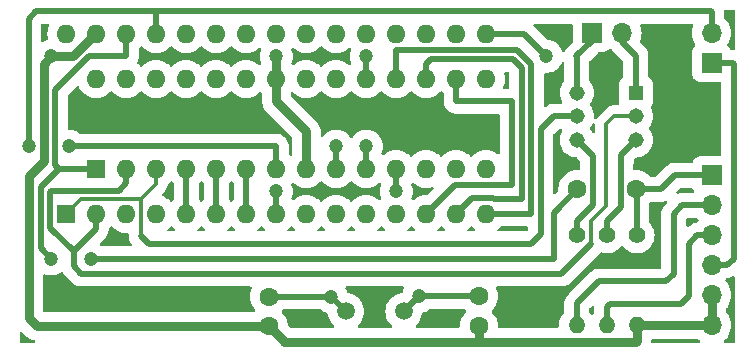
<source format=gbr>
G04 #@! TF.GenerationSoftware,KiCad,Pcbnew,8.0.6*
G04 #@! TF.CreationDate,2024-12-29T11:53:14+01:00*
G04 #@! TF.ProjectId,rc6502_pico_adapter,72633635-3032-45f7-9069-636f5f616461,rev?*
G04 #@! TF.SameCoordinates,PXa07ac38PY1d11680*
G04 #@! TF.FileFunction,Copper,L2,Bot*
G04 #@! TF.FilePolarity,Positive*
%FSLAX46Y46*%
G04 Gerber Fmt 4.6, Leading zero omitted, Abs format (unit mm)*
G04 Created by KiCad (PCBNEW 8.0.6) date 2024-12-29 11:53:14*
%MOMM*%
%LPD*%
G01*
G04 APERTURE LIST*
G04 #@! TA.AperFunction,ComponentPad*
%ADD10R,1.600000X1.600000*%
G04 #@! TD*
G04 #@! TA.AperFunction,ComponentPad*
%ADD11O,1.600000X1.600000*%
G04 #@! TD*
G04 #@! TA.AperFunction,ComponentPad*
%ADD12C,1.600000*%
G04 #@! TD*
G04 #@! TA.AperFunction,ComponentPad*
%ADD13C,1.400000*%
G04 #@! TD*
G04 #@! TA.AperFunction,ComponentPad*
%ADD14O,1.400000X1.400000*%
G04 #@! TD*
G04 #@! TA.AperFunction,ComponentPad*
%ADD15C,1.500000*%
G04 #@! TD*
G04 #@! TA.AperFunction,ComponentPad*
%ADD16R,1.700000X1.700000*%
G04 #@! TD*
G04 #@! TA.AperFunction,ComponentPad*
%ADD17O,1.700000X1.700000*%
G04 #@! TD*
G04 #@! TA.AperFunction,ComponentPad*
%ADD18R,1.308000X1.308000*%
G04 #@! TD*
G04 #@! TA.AperFunction,ComponentPad*
%ADD19C,1.308000*%
G04 #@! TD*
G04 #@! TA.AperFunction,ViaPad*
%ADD20C,1.200000*%
G04 #@! TD*
G04 #@! TA.AperFunction,Conductor*
%ADD21C,0.500000*%
G04 #@! TD*
G04 #@! TA.AperFunction,Conductor*
%ADD22C,0.800000*%
G04 #@! TD*
G04 #@! TA.AperFunction,Conductor*
%ADD23C,0.300000*%
G04 #@! TD*
G04 APERTURE END LIST*
D10*
G04 #@! TO.P,A1,1,D1/TX*
G04 #@! TO.N,/TX*
X-57150000Y-17780000D03*
D11*
G04 #@! TO.P,A1,2,D0/RX*
G04 #@! TO.N,/RX*
X-54610000Y-17780000D03*
G04 #@! TO.P,A1,3,~{RESET}*
G04 #@! TO.N,unconnected-(A1-~{RESET}-Pad3)*
X-52070000Y-17780000D03*
G04 #@! TO.P,A1,4,GND*
G04 #@! TO.N,unconnected-(A1-GND-Pad4)*
X-49530000Y-17780000D03*
G04 #@! TO.P,A1,5,D2*
G04 #@! TO.N,Net-(A1-D2)*
X-46990000Y-17780000D03*
G04 #@! TO.P,A1,6,D3*
G04 #@! TO.N,Net-(A1-D3)*
X-44450000Y-17780000D03*
G04 #@! TO.P,A1,7,D4*
G04 #@! TO.N,Net-(A1-D4)*
X-41910000Y-17780000D03*
G04 #@! TO.P,A1,8,D5*
G04 #@! TO.N,Net-(A1-D5)*
X-39370000Y-17780000D03*
G04 #@! TO.P,A1,9,D6*
G04 #@! TO.N,unconnected-(A1-D6-Pad9)*
X-36830000Y-17780000D03*
G04 #@! TO.P,A1,10,D7*
G04 #@! TO.N,unconnected-(A1-D7-Pad10)*
X-34290000Y-17780000D03*
G04 #@! TO.P,A1,11,D8*
G04 #@! TO.N,unconnected-(A1-D8-Pad11)*
X-31750000Y-17780000D03*
G04 #@! TO.P,A1,12,D9*
G04 #@! TO.N,unconnected-(A1-D9-Pad12)*
X-29210000Y-17780000D03*
G04 #@! TO.P,A1,13,D10*
G04 #@! TO.N,Net-(A1-D10)*
X-26670000Y-17780000D03*
G04 #@! TO.P,A1,14,D11*
G04 #@! TO.N,Net-(A1-D11)*
X-24130000Y-17780000D03*
G04 #@! TO.P,A1,15,D12*
G04 #@! TO.N,Net-(A1-D12)*
X-21590000Y-17780000D03*
G04 #@! TO.P,A1,16,D13*
G04 #@! TO.N,Net-(A1-D13)*
X-21590000Y-2540000D03*
G04 #@! TO.P,A1,17,3V3*
G04 #@! TO.N,unconnected-(A1-3V3-Pad17)*
X-24130000Y-2540000D03*
G04 #@! TO.P,A1,18,AREF*
G04 #@! TO.N,unconnected-(A1-AREF-Pad18)*
X-26670000Y-2540000D03*
G04 #@! TO.P,A1,19,A0*
G04 #@! TO.N,unconnected-(A1-A0-Pad19)*
X-29210000Y-2540000D03*
G04 #@! TO.P,A1,20,A1*
G04 #@! TO.N,unconnected-(A1-A1-Pad20)*
X-31750000Y-2540000D03*
G04 #@! TO.P,A1,21,A2*
G04 #@! TO.N,unconnected-(A1-A2-Pad21)*
X-34290000Y-2540000D03*
G04 #@! TO.P,A1,22,A3*
G04 #@! TO.N,unconnected-(A1-A3-Pad22)*
X-36830000Y-2540000D03*
G04 #@! TO.P,A1,23,A4*
G04 #@! TO.N,unconnected-(A1-A4-Pad23)*
X-39370000Y-2540000D03*
G04 #@! TO.P,A1,24,A5*
G04 #@! TO.N,unconnected-(A1-A5-Pad24)*
X-41910000Y-2540000D03*
G04 #@! TO.P,A1,25,A6*
G04 #@! TO.N,unconnected-(A1-A6-Pad25)*
X-44450000Y-2540000D03*
G04 #@! TO.P,A1,26,A7*
G04 #@! TO.N,unconnected-(A1-A7-Pad26)*
X-46990000Y-2540000D03*
G04 #@! TO.P,A1,27,+5V*
G04 #@! TO.N,Net-(A1-+5V)*
X-49530000Y-2540000D03*
G04 #@! TO.P,A1,28,~{RESET}*
G04 #@! TO.N,Net-(U1-~{RESET}{slash}PC6)*
X-52070000Y-2540000D03*
G04 #@! TO.P,A1,29,GND*
G04 #@! TO.N,GND*
X-54610000Y-2540000D03*
G04 #@! TO.P,A1,30,VIN*
G04 #@! TO.N,unconnected-(A1-VIN-Pad30)*
X-57150000Y-2540000D03*
G04 #@! TD*
D12*
G04 #@! TO.P,C2,1*
G04 #@! TO.N,GND*
X-40005000Y-27285000D03*
G04 #@! TO.P,C2,2*
G04 #@! TO.N,Net-(U1-XTAL1{slash}PB6)*
X-40005000Y-24785000D03*
G04 #@! TD*
D13*
G04 #@! TO.P,R2,1*
G04 #@! TO.N,Net-(R2-Pad1)*
X-13930000Y-19590000D03*
D14*
G04 #@! TO.P,R2,2*
G04 #@! TO.N,/TX1*
X-13930000Y-27210000D03*
G04 #@! TD*
D13*
G04 #@! TO.P,R1,1*
G04 #@! TO.N,/DTR*
X-8850000Y-19590000D03*
D14*
G04 #@! TO.P,R1,2*
G04 #@! TO.N,GND*
X-8850000Y-27210000D03*
G04 #@! TD*
D15*
G04 #@! TO.P,Y1,1,1*
G04 #@! TO.N,Net-(U1-XTAL2{slash}PB7)*
X-28575000Y-26035000D03*
G04 #@! TO.P,Y1,2,2*
G04 #@! TO.N,Net-(U1-XTAL1{slash}PB6)*
X-33475000Y-26035000D03*
G04 #@! TD*
D12*
G04 #@! TO.P,C3,1*
G04 #@! TO.N,GND*
X-22225000Y-27265000D03*
G04 #@! TO.P,C3,2*
G04 #@! TO.N,Net-(U1-XTAL2{slash}PB7)*
X-22225000Y-24765000D03*
G04 #@! TD*
D16*
G04 #@! TO.P,J2,1,Pin_1*
G04 #@! TO.N,/+5v*
X-2525000Y-4985000D03*
D17*
G04 #@! TO.P,J2,2,Pin_2*
G04 #@! TO.N,Net-(A1-+5V)*
X-2525000Y-2445000D03*
G04 #@! TD*
D16*
G04 #@! TO.P,J1,1,Pin_1*
G04 #@! TO.N,/DTR*
X-2500000Y-14510000D03*
D17*
G04 #@! TO.P,J1,2,Pin_2*
G04 #@! TO.N,/TX1*
X-2500000Y-17050000D03*
G04 #@! TO.P,J1,3,Pin_3*
G04 #@! TO.N,/RX1*
X-2500000Y-19590000D03*
G04 #@! TO.P,J1,4,Pin_4*
G04 #@! TO.N,/+5v*
X-2500000Y-22130000D03*
G04 #@! TO.P,J1,5,Pin_5*
G04 #@! TO.N,GND*
X-2500000Y-24670000D03*
G04 #@! TO.P,J1,6,Pin_6*
X-2500000Y-27210000D03*
G04 #@! TD*
D18*
G04 #@! TO.P,S1,1*
G04 #@! TO.N,/RX0*
X-8930000Y-7525000D03*
D19*
G04 #@! TO.P,S1,2*
G04 #@! TO.N,/RX*
X-8930000Y-9525000D03*
G04 #@! TO.P,S1,3*
G04 #@! TO.N,Net-(R3-Pad1)*
X-8930000Y-11525000D03*
G04 #@! TO.P,S1,4*
G04 #@! TO.N,/TX0*
X-13930000Y-7525000D03*
G04 #@! TO.P,S1,5*
G04 #@! TO.N,/TX*
X-13930000Y-9525000D03*
G04 #@! TO.P,S1,6*
G04 #@! TO.N,Net-(R2-Pad1)*
X-13930000Y-11525000D03*
G04 #@! TD*
D13*
G04 #@! TO.P,R3,1*
G04 #@! TO.N,Net-(R3-Pad1)*
X-11390000Y-19590000D03*
D14*
G04 #@! TO.P,R3,2*
G04 #@! TO.N,/RX1*
X-11390000Y-27210000D03*
G04 #@! TD*
D10*
G04 #@! TO.P,U1,1,~{RESET}/PC6*
G04 #@! TO.N,Net-(U1-~{RESET}{slash}PC6)*
X-54610000Y-13970000D03*
D11*
G04 #@! TO.P,U1,2,PD0*
G04 #@! TO.N,/RX*
X-52070000Y-13970000D03*
G04 #@! TO.P,U1,3,PD1*
G04 #@! TO.N,/TX*
X-49530000Y-13970000D03*
G04 #@! TO.P,U1,4,PD2*
G04 #@! TO.N,Net-(A1-D2)*
X-46990000Y-13970000D03*
G04 #@! TO.P,U1,5,PD3*
G04 #@! TO.N,Net-(A1-D3)*
X-44450000Y-13970000D03*
G04 #@! TO.P,U1,6,PD4*
G04 #@! TO.N,Net-(A1-D4)*
X-41910000Y-13970000D03*
G04 #@! TO.P,U1,7,VCC*
G04 #@! TO.N,Net-(A1-+5V)*
X-39370000Y-13970000D03*
G04 #@! TO.P,U1,8,GND*
G04 #@! TO.N,GND*
X-36830000Y-13970000D03*
G04 #@! TO.P,U1,9,XTAL1/PB6*
G04 #@! TO.N,Net-(U1-XTAL1{slash}PB6)*
X-34290000Y-13970000D03*
G04 #@! TO.P,U1,10,XTAL2/PB7*
G04 #@! TO.N,Net-(U1-XTAL2{slash}PB7)*
X-31750000Y-13970000D03*
G04 #@! TO.P,U1,11,PD5*
G04 #@! TO.N,Net-(A1-D5)*
X-29210000Y-13970000D03*
G04 #@! TO.P,U1,12,PD6*
G04 #@! TO.N,unconnected-(U1-PD6-Pad12)*
X-26670000Y-13970000D03*
G04 #@! TO.P,U1,13,PD7*
G04 #@! TO.N,unconnected-(U1-PD7-Pad13)*
X-24130000Y-13970000D03*
G04 #@! TO.P,U1,14,PB0*
G04 #@! TO.N,unconnected-(U1-PB0-Pad14)*
X-21590000Y-13970000D03*
G04 #@! TO.P,U1,15,PB1*
G04 #@! TO.N,unconnected-(U1-PB1-Pad15)*
X-21590000Y-6350000D03*
G04 #@! TO.P,U1,16,PB2*
G04 #@! TO.N,Net-(A1-D10)*
X-24130000Y-6350000D03*
G04 #@! TO.P,U1,17,PB3*
G04 #@! TO.N,Net-(A1-D11)*
X-26670000Y-6350000D03*
G04 #@! TO.P,U1,18,PB4*
G04 #@! TO.N,Net-(A1-D12)*
X-29210000Y-6350000D03*
G04 #@! TO.P,U1,19,PB5*
G04 #@! TO.N,Net-(A1-D13)*
X-31750000Y-6350000D03*
G04 #@! TO.P,U1,20,AVCC*
G04 #@! TO.N,unconnected-(U1-AVCC-Pad20)*
X-34290000Y-6350000D03*
G04 #@! TO.P,U1,21,AREF*
G04 #@! TO.N,unconnected-(U1-AREF-Pad21)*
X-36830000Y-6350000D03*
G04 #@! TO.P,U1,22,GND*
G04 #@! TO.N,GND*
X-39370000Y-6350000D03*
G04 #@! TO.P,U1,23,PC0*
G04 #@! TO.N,unconnected-(U1-PC0-Pad23)*
X-41910000Y-6350000D03*
G04 #@! TO.P,U1,24,PC1*
G04 #@! TO.N,unconnected-(U1-PC1-Pad24)*
X-44450000Y-6350000D03*
G04 #@! TO.P,U1,25,PC2*
G04 #@! TO.N,unconnected-(U1-PC2-Pad25)*
X-46990000Y-6350000D03*
G04 #@! TO.P,U1,26,PC3*
G04 #@! TO.N,unconnected-(U1-PC3-Pad26)*
X-49530000Y-6350000D03*
G04 #@! TO.P,U1,27,PC4*
G04 #@! TO.N,unconnected-(U1-PC4-Pad27)*
X-52070000Y-6350000D03*
G04 #@! TO.P,U1,28,PC5*
G04 #@! TO.N,unconnected-(U1-PC5-Pad28)*
X-54610000Y-6350000D03*
G04 #@! TD*
D16*
G04 #@! TO.P,J3,1,Pin_1*
G04 #@! TO.N,/TX0*
X-12640000Y-2445000D03*
D17*
G04 #@! TO.P,J3,2,Pin_2*
G04 #@! TO.N,/RX0*
X-10100000Y-2445000D03*
G04 #@! TD*
D12*
G04 #@! TO.P,C1,1*
G04 #@! TO.N,/DTR*
X-8890000Y-15685000D03*
G04 #@! TO.P,C1,2*
G04 #@! TO.N,Net-(U1-~{RESET}{slash}PC6)*
X-13890000Y-15685000D03*
G04 #@! TD*
D20*
G04 #@! TO.N,Net-(U1-XTAL2{slash}PB7)*
X-27305000Y-24765000D03*
G04 #@! TO.N,Net-(U1-XTAL1{slash}PB6)*
X-34725000Y-24785000D03*
G04 #@! TO.N,Net-(U1-XTAL2{slash}PB7)*
X-31750000Y-12065000D03*
G04 #@! TO.N,Net-(U1-XTAL1{slash}PB6)*
X-34290000Y-12065000D03*
G04 #@! TO.N,Net-(A1-+5V)*
X-60335076Y-12065000D03*
G04 #@! TO.N,Net-(U1-~{RESET}{slash}PC6)*
X-58420000Y-21590000D03*
X-55080000Y-21590000D03*
G04 #@! TO.N,GND*
X-58420000Y-4445000D03*
X-39370000Y-4445000D03*
G04 #@! TO.N,Net-(A1-D5)*
X-29210000Y-15875000D03*
X-39370000Y-15875000D03*
G04 #@! TO.N,Net-(A1-D13)*
X-16510000Y-4445000D03*
X-31750000Y-4445000D03*
G04 #@! TO.N,Net-(A1-+5V)*
X-56935076Y-12065000D03*
G04 #@! TD*
D21*
G04 #@! TO.N,/RX*
X-54610000Y-17780000D02*
X-54610000Y-19050000D01*
X-54610000Y-19050000D02*
X-56515000Y-20955000D01*
G04 #@! TO.N,Net-(U1-XTAL1{slash}PB6)*
X-40005000Y-24785000D02*
X-34725000Y-24785000D01*
X-34725000Y-24785000D02*
X-33475000Y-26035000D01*
G04 #@! TO.N,Net-(U1-XTAL2{slash}PB7)*
X-31750000Y-13970000D02*
X-31750000Y-12065000D01*
G04 #@! TO.N,Net-(U1-XTAL1{slash}PB6)*
X-34290000Y-13970000D02*
X-34290000Y-12065000D01*
G04 #@! TO.N,Net-(A1-+5V)*
X-60335076Y-1280076D02*
X-59690000Y-635000D01*
X-60335076Y-12065000D02*
X-60335076Y-1280076D01*
X-59690000Y-635000D02*
X-49530000Y-635000D01*
G04 #@! TO.N,Net-(U1-~{RESET}{slash}PC6)*
X-57785000Y-13970000D02*
X-58085076Y-13669924D01*
X-58085076Y-13669924D02*
X-58085076Y-7285076D01*
X-58085076Y-7285076D02*
X-55245000Y-4445000D01*
X-52070000Y-4445000D02*
X-52070000Y-2540000D01*
X-55245000Y-4445000D02*
X-52070000Y-4445000D01*
D22*
G04 #@! TO.N,GND*
X-58420000Y-4445000D02*
X-59035076Y-5060076D01*
X-59035076Y-5060076D02*
X-59035076Y-13315076D01*
X-59035076Y-13315076D02*
X-60325000Y-14605000D01*
X-60325000Y-14605000D02*
X-60325000Y-26630000D01*
X-59670000Y-27285000D02*
X-40005000Y-27285000D01*
X-60325000Y-26630000D02*
X-59670000Y-27285000D01*
D21*
G04 #@! TO.N,Net-(U1-~{RESET}{slash}PC6)*
X-57785000Y-13970000D02*
X-59300000Y-15485000D01*
X-59300000Y-15485000D02*
X-59300000Y-20710000D01*
X-59300000Y-20710000D02*
X-58420000Y-21590000D01*
X-56515000Y-13970000D02*
X-57785000Y-13970000D01*
G04 #@! TO.N,Net-(A1-+5V)*
X-39370000Y-12065000D02*
X-57150000Y-12065000D01*
X-57150000Y-12065000D02*
X-57150000Y-12065001D01*
X-39370000Y-13970000D02*
X-39370000Y-12065000D01*
G04 #@! TO.N,Net-(U1-~{RESET}{slash}PC6)*
X-54610000Y-13970000D02*
X-56515000Y-13970000D01*
G04 #@! TO.N,/TX*
X-50800000Y-19685000D02*
X-50165000Y-20320000D01*
X-50165000Y-20320000D02*
X-17780000Y-20320000D01*
X-17780000Y-20320000D02*
X-16980000Y-19520000D01*
X-16980000Y-19520000D02*
X-16980000Y-10630000D01*
X-16980000Y-10630000D02*
X-15875000Y-9525000D01*
X-15875000Y-9525000D02*
X-13930000Y-9525000D01*
G04 #@! TO.N,Net-(U1-~{RESET}{slash}PC6)*
X-13890000Y-15685000D02*
X-15875000Y-17670000D01*
X-15875000Y-17670000D02*
X-15875000Y-21590000D01*
X-15875000Y-21590000D02*
X-55080000Y-21590000D01*
G04 #@! TO.N,/RX*
X-52070000Y-13970000D02*
X-52070000Y-15175000D01*
X-55880000Y-22860000D02*
X-15240000Y-22860000D01*
X-52705000Y-15810000D02*
X-58355000Y-15810000D01*
X-58500000Y-15955000D02*
X-58500000Y-18970000D01*
X-58355000Y-15810000D02*
X-58500000Y-15955000D01*
X-52070000Y-15175000D02*
X-52705000Y-15810000D01*
X-58500000Y-18970000D02*
X-56515000Y-20955000D01*
X-56515000Y-20955000D02*
X-56515000Y-22225000D01*
X-15240000Y-22860000D02*
X-12700000Y-20320000D01*
X-56515000Y-22225000D02*
X-55880000Y-22860000D01*
G04 #@! TO.N,Net-(A1-+5V)*
X-2525000Y-2445000D02*
X-2525000Y-650000D01*
X-2525000Y-650000D02*
X-2540000Y-635000D01*
X-2540000Y-635000D02*
X-49530000Y-635000D01*
X-49530000Y-635000D02*
X-49530000Y-2540000D01*
D22*
G04 #@! TO.N,GND*
X-58420000Y-4445000D02*
X-56588502Y-4445000D01*
X-56588502Y-4445000D02*
X-54683502Y-2540000D01*
X-54683502Y-2540000D02*
X-54610000Y-2540000D01*
X-39370000Y-6350000D02*
X-39370000Y-4445000D01*
X-39370000Y-8255000D02*
X-36830000Y-10795000D01*
X-36830000Y-10795000D02*
X-36830000Y-13970000D01*
X-39370000Y-6350000D02*
X-39370000Y-8255000D01*
X-22225000Y-28610000D02*
X-8925000Y-28610000D01*
X-38700000Y-28610000D02*
X-22225000Y-28610000D01*
X-22225000Y-28610000D02*
X-22225000Y-27265000D01*
X-40005000Y-27285000D02*
X-38735000Y-28555000D01*
X-38735000Y-28555000D02*
X-38735000Y-28575000D01*
X-38735000Y-28575000D02*
X-38700000Y-28610000D01*
X-8925000Y-28610000D02*
X-8850000Y-28535000D01*
X-8850000Y-28535000D02*
X-8850000Y-27210000D01*
D23*
G04 #@! TO.N,/TX*
X-50800000Y-16510000D02*
X-49530000Y-15240000D01*
X-49530000Y-15240000D02*
X-49530000Y-13970000D01*
D21*
G04 #@! TO.N,Net-(R3-Pad1)*
X-8930000Y-11525000D02*
X-10160000Y-12755000D01*
X-10160000Y-12755000D02*
X-10160000Y-13335000D01*
X-10160000Y-13335000D02*
X-10190000Y-13365000D01*
X-10190000Y-17175000D02*
X-11390000Y-18375000D01*
X-10190000Y-13365000D02*
X-10190000Y-17175000D01*
X-11390000Y-18375000D02*
X-11390000Y-19590000D01*
D23*
G04 #@! TO.N,/RX*
X-12700000Y-18415000D02*
X-11430000Y-17145000D01*
X-13070000Y-20690000D02*
X-12700000Y-20320000D01*
X-12700000Y-20320000D02*
X-12700000Y-18415000D01*
X-11430000Y-17145000D02*
X-11430000Y-10160000D01*
X-11430000Y-10160000D02*
X-10795000Y-9525000D01*
X-10795000Y-9525000D02*
X-8930000Y-9525000D01*
D21*
G04 #@! TO.N,Net-(R2-Pad1)*
X-13930000Y-19590000D02*
X-13930000Y-18375000D01*
X-12590000Y-17035000D02*
X-12590000Y-12865000D01*
X-12590000Y-12865000D02*
X-13930000Y-11525000D01*
X-13930000Y-18375000D02*
X-12590000Y-17035000D01*
D23*
G04 #@! TO.N,/TX*
X-55880000Y-16510000D02*
X-50800000Y-16510000D01*
X-57150000Y-17780000D02*
X-55880000Y-16510000D01*
D21*
G04 #@! TO.N,Net-(A1-D5)*
X-39370000Y-17780000D02*
X-39370000Y-15875000D01*
X-29210000Y-15875000D02*
X-29210000Y-13970000D01*
G04 #@! TO.N,Net-(A1-D12)*
X-17780000Y-5080000D02*
X-17780000Y-17780000D01*
X-29210000Y-6350000D02*
X-29210000Y-3890000D01*
X-29210000Y-3890000D02*
X-18970000Y-3890000D01*
X-17780000Y-17780000D02*
X-21590000Y-17780000D01*
X-18970000Y-3890000D02*
X-17780000Y-5080000D01*
G04 #@! TO.N,Net-(A1-D13)*
X-16510000Y-4445000D02*
X-18415000Y-2540000D01*
X-18415000Y-2540000D02*
X-21590000Y-2540000D01*
X-31750000Y-6350000D02*
X-31750000Y-4445000D01*
G04 #@! TO.N,Net-(A1-D3)*
X-44450000Y-17780000D02*
X-44450000Y-13970000D01*
G04 #@! TO.N,Net-(A1-D4)*
X-41910000Y-17780000D02*
X-41910000Y-13970000D01*
G04 #@! TO.N,Net-(A1-D10)*
X-26670000Y-17780000D02*
X-24210000Y-15320000D01*
X-19380000Y-8255000D02*
X-24130000Y-8255000D01*
X-19380000Y-15240000D02*
X-19380000Y-8255000D01*
X-24210000Y-15320000D02*
X-19460000Y-15320000D01*
X-19460000Y-15320000D02*
X-19380000Y-15240000D01*
X-24130000Y-8255000D02*
X-24130000Y-6350000D01*
G04 #@! TO.N,Net-(A1-D11)*
X-26280000Y-4690000D02*
X-19301370Y-4690000D01*
X-18580000Y-5411370D02*
X-18580000Y-16510000D01*
X-20950811Y-16510000D02*
X-21030811Y-16430000D01*
X-21030811Y-16430000D02*
X-22780000Y-16430000D01*
X-18580000Y-16510000D02*
X-20950811Y-16510000D01*
X-26670000Y-5080000D02*
X-26280000Y-4690000D01*
X-22780000Y-16430000D02*
X-24130000Y-17780000D01*
X-26670000Y-6350000D02*
X-26670000Y-5080000D01*
X-19301370Y-4690000D02*
X-18580000Y-5411370D01*
G04 #@! TO.N,Net-(A1-D2)*
X-46990000Y-17780000D02*
X-46990000Y-13970000D01*
G04 #@! TO.N,/RX*
X-52070000Y-14605000D02*
X-52070000Y-13970000D01*
G04 #@! TO.N,/TX*
X-49530000Y-14609189D02*
X-49530000Y-13970000D01*
G04 #@! TO.N,/DTR*
X-5620000Y-14510000D02*
X-2500000Y-14510000D01*
X-8850000Y-15725000D02*
X-8890000Y-15685000D01*
X-8850000Y-19590000D02*
X-8850000Y-15725000D01*
X-8890000Y-15685000D02*
X-6795000Y-15685000D01*
X-6795000Y-15685000D02*
X-5620000Y-14510000D01*
G04 #@! TO.N,/+5v*
X-2500000Y-22130000D02*
X-1175000Y-22130000D01*
X-1175000Y-22130000D02*
X-635000Y-21590000D01*
X-730000Y-4985000D02*
X-2525000Y-4985000D01*
X-635000Y-21590000D02*
X-635000Y-5080000D01*
X-635000Y-5080000D02*
X-730000Y-4985000D01*
D22*
G04 #@! TO.N,GND*
X-2500000Y-27210000D02*
X-2500000Y-24670000D01*
X-8850000Y-27210000D02*
X-2500000Y-27210000D01*
D21*
G04 #@! TO.N,Net-(U1-XTAL2{slash}PB7)*
X-27305000Y-24765000D02*
X-22225000Y-24765000D01*
X-28575000Y-26035000D02*
X-27305000Y-24765000D01*
G04 #@! TO.N,/RX0*
X-8930000Y-7525000D02*
X-8930000Y-4405000D01*
X-8930000Y-4405000D02*
X-10100000Y-3235000D01*
X-10100000Y-3235000D02*
X-10100000Y-2445000D01*
G04 #@! TO.N,/TX0*
X-12640000Y-3115000D02*
X-12640000Y-2445000D01*
X-13970000Y-4445000D02*
X-12640000Y-3115000D01*
X-13930000Y-4485000D02*
X-13970000Y-4445000D01*
X-13930000Y-7525000D02*
X-13930000Y-4485000D01*
G04 #@! TO.N,/RX1*
X-11140000Y-25400000D02*
X-5080000Y-25400000D01*
X-11390000Y-25650000D02*
X-11140000Y-25400000D01*
X-4445000Y-20320000D02*
X-3715000Y-19590000D01*
X-4445000Y-24765000D02*
X-4445000Y-20320000D01*
X-11390000Y-27210000D02*
X-11390000Y-25650000D01*
X-5080000Y-25400000D02*
X-4445000Y-24765000D01*
X-3715000Y-19590000D02*
X-2500000Y-19590000D01*
G04 #@! TO.N,/TX1*
X-13930000Y-27210000D02*
X-13930000Y-25360000D01*
X-6350000Y-23495000D02*
X-5715000Y-22860000D01*
X-12065000Y-23495000D02*
X-6350000Y-23495000D01*
X-5715000Y-22860000D02*
X-5715000Y-17780000D01*
X-13930000Y-25360000D02*
X-12065000Y-23495000D01*
X-4985000Y-17050000D02*
X-2500000Y-17050000D01*
X-5715000Y-17780000D02*
X-4985000Y-17050000D01*
D23*
G04 #@! TO.N,/TX*
X-50800000Y-16510000D02*
X-50800000Y-19685000D01*
G04 #@! TD*
G04 #@! TA.AperFunction,NonConductor*
G36*
X-58646964Y-1705185D02*
G01*
X-58601209Y-1757989D01*
X-58591265Y-1827147D01*
X-58599442Y-1856953D01*
X-58676874Y-2043889D01*
X-58735683Y-2288848D01*
X-58735683Y-2288852D01*
X-58755449Y-2540000D01*
X-58735683Y-2791148D01*
X-58735682Y-2791152D01*
X-58699567Y-2941588D01*
X-58703058Y-3011370D01*
X-58743722Y-3068187D01*
X-58779878Y-3087815D01*
X-58984496Y-3158061D01*
X-58984510Y-3158067D01*
X-59101559Y-3221411D01*
X-59169887Y-3236006D01*
X-59235259Y-3211343D01*
X-59276920Y-3155252D01*
X-59284576Y-3112356D01*
X-59284576Y-1809500D01*
X-59264891Y-1742461D01*
X-59212087Y-1696706D01*
X-59160576Y-1685500D01*
X-58714003Y-1685500D01*
X-58646964Y-1705185D01*
G37*
G04 #@! TD.AperFunction*
G04 #@! TA.AperFunction,NonConductor*
G36*
X-557461Y-520185D02*
G01*
X-511706Y-572989D01*
X-500500Y-624500D01*
X-500500Y-3810500D01*
X-520185Y-3877539D01*
X-572989Y-3923294D01*
X-624500Y-3934500D01*
X-809083Y-3934500D01*
X-876122Y-3914815D01*
X-921877Y-3862011D01*
X-926125Y-3851454D01*
X-949211Y-3785478D01*
X-991976Y-3717418D01*
X-1045184Y-3632738D01*
X-1144657Y-3533265D01*
X-1178142Y-3471942D01*
X-1173158Y-3402250D01*
X-1162706Y-3380798D01*
X-1049846Y-3196628D01*
X-950427Y-2956610D01*
X-889779Y-2703994D01*
X-869396Y-2445000D01*
X-889779Y-2186006D01*
X-950427Y-1933390D01*
X-1023081Y-1757989D01*
X-1049844Y-1693376D01*
X-1052310Y-1689352D01*
X-1185588Y-1471860D01*
X-1354311Y-1274311D01*
X-1354318Y-1274305D01*
X-1431032Y-1208784D01*
X-1469225Y-1150277D01*
X-1474500Y-1114494D01*
X-1474500Y-624500D01*
X-1454815Y-557461D01*
X-1402011Y-511706D01*
X-1350500Y-500500D01*
X-624500Y-500500D01*
X-557461Y-520185D01*
G37*
G04 #@! TD.AperFunction*
G04 #@! TA.AperFunction,NonConductor*
G36*
X-14347461Y-1705185D02*
G01*
X-14301706Y-1757989D01*
X-14290500Y-1809500D01*
X-14290500Y-3228507D01*
X-14310185Y-3295546D01*
X-14326819Y-3316188D01*
X-14639654Y-3629023D01*
X-14639655Y-3629024D01*
X-14685854Y-3675223D01*
X-14785978Y-3775346D01*
X-14900938Y-3947395D01*
X-14900941Y-3947401D01*
X-14938116Y-4037149D01*
X-14981958Y-4091552D01*
X-15048252Y-4113616D01*
X-15115951Y-4096336D01*
X-15163561Y-4045199D01*
X-15172883Y-4020134D01*
X-15180843Y-3988700D01*
X-15274076Y-3776151D01*
X-15401017Y-3581852D01*
X-15401020Y-3581849D01*
X-15401021Y-3581847D01*
X-15558216Y-3411087D01*
X-15558221Y-3411083D01*
X-15558223Y-3411081D01*
X-15741366Y-3268535D01*
X-15741372Y-3268531D01*
X-15945496Y-3158064D01*
X-15945505Y-3158061D01*
X-16165016Y-3082702D01*
X-16391880Y-3044845D01*
X-16454765Y-3014394D01*
X-16459151Y-3010217D01*
X-17572188Y-1897181D01*
X-17605673Y-1835858D01*
X-17600689Y-1766166D01*
X-17558817Y-1710233D01*
X-17493353Y-1685816D01*
X-17484507Y-1685500D01*
X-14414500Y-1685500D01*
X-14347461Y-1705185D01*
G37*
G04 #@! TD.AperFunction*
G04 #@! TA.AperFunction,NonConductor*
G36*
X-35466870Y-3626482D02*
G01*
X-35465765Y-3627756D01*
X-35425225Y-3675223D01*
X-35425224Y-3675224D01*
X-35233657Y-3838838D01*
X-35233654Y-3838839D01*
X-35018860Y-3970466D01*
X-34824485Y-4050978D01*
X-34786111Y-4066873D01*
X-34541148Y-4125683D01*
X-34290000Y-4145449D01*
X-34038852Y-4125683D01*
X-33793889Y-4066873D01*
X-33561141Y-3970466D01*
X-33346341Y-3838836D01*
X-33225409Y-3735550D01*
X-33161652Y-3706981D01*
X-33092566Y-3717418D01*
X-33040090Y-3763548D01*
X-33020884Y-3830727D01*
X-33031325Y-3879652D01*
X-33079157Y-3988699D01*
X-33136134Y-4213691D01*
X-33136136Y-4213702D01*
X-33155300Y-4444993D01*
X-33155300Y-4445006D01*
X-33136136Y-4676297D01*
X-33136134Y-4676308D01*
X-33079158Y-4901300D01*
X-33031325Y-5010347D01*
X-33022422Y-5079647D01*
X-33052399Y-5142759D01*
X-33111739Y-5179646D01*
X-33181600Y-5178596D01*
X-33225411Y-5154448D01*
X-33346341Y-5051164D01*
X-33346343Y-5051162D01*
X-33346345Y-5051161D01*
X-33346347Y-5051160D01*
X-33561141Y-4919533D01*
X-33793890Y-4823126D01*
X-34038849Y-4764317D01*
X-34290000Y-4744551D01*
X-34541152Y-4764317D01*
X-34786111Y-4823126D01*
X-35018860Y-4919533D01*
X-35233654Y-5051160D01*
X-35233657Y-5051161D01*
X-35425224Y-5214776D01*
X-35465710Y-5262179D01*
X-35524217Y-5300372D01*
X-35594085Y-5300870D01*
X-35653131Y-5263516D01*
X-35654290Y-5262179D01*
X-35675081Y-5237836D01*
X-35694776Y-5214776D01*
X-35821429Y-5106604D01*
X-35886344Y-5051161D01*
X-35886347Y-5051160D01*
X-36101141Y-4919533D01*
X-36333890Y-4823126D01*
X-36578849Y-4764317D01*
X-36830000Y-4744551D01*
X-37081152Y-4764317D01*
X-37326111Y-4823126D01*
X-37558860Y-4919533D01*
X-37773654Y-5051160D01*
X-37773656Y-5051161D01*
X-37894589Y-5154448D01*
X-37958350Y-5183018D01*
X-38027436Y-5172581D01*
X-38079912Y-5126450D01*
X-38099117Y-5059271D01*
X-38088676Y-5010347D01*
X-38040843Y-4901300D01*
X-37983866Y-4676305D01*
X-37969959Y-4508470D01*
X-37964700Y-4445006D01*
X-37964700Y-4444993D01*
X-37983865Y-4213702D01*
X-37983867Y-4213691D01*
X-38040843Y-3988699D01*
X-38088676Y-3879652D01*
X-38097579Y-3810352D01*
X-38067602Y-3747240D01*
X-38008263Y-3710353D01*
X-37938401Y-3711403D01*
X-37894591Y-3735550D01*
X-37773659Y-3838836D01*
X-37773657Y-3838837D01*
X-37773656Y-3838838D01*
X-37773654Y-3838839D01*
X-37558860Y-3970466D01*
X-37364485Y-4050978D01*
X-37326111Y-4066873D01*
X-37081148Y-4125683D01*
X-36830000Y-4145449D01*
X-36578852Y-4125683D01*
X-36333889Y-4066873D01*
X-36101141Y-3970466D01*
X-35886341Y-3838836D01*
X-35694776Y-3675224D01*
X-35654290Y-3627819D01*
X-35595784Y-3589627D01*
X-35525916Y-3589128D01*
X-35466870Y-3626482D01*
G37*
G04 #@! TD.AperFunction*
G04 #@! TA.AperFunction,NonConductor*
G36*
X-43086870Y-3626482D02*
G01*
X-43085765Y-3627756D01*
X-43045225Y-3675223D01*
X-43045224Y-3675224D01*
X-42853657Y-3838838D01*
X-42853654Y-3838839D01*
X-42638860Y-3970466D01*
X-42444485Y-4050978D01*
X-42406111Y-4066873D01*
X-42161148Y-4125683D01*
X-41910000Y-4145449D01*
X-41658852Y-4125683D01*
X-41413889Y-4066873D01*
X-41181141Y-3970466D01*
X-40966341Y-3838836D01*
X-40845409Y-3735550D01*
X-40781652Y-3706981D01*
X-40712566Y-3717418D01*
X-40660090Y-3763548D01*
X-40640884Y-3830727D01*
X-40651325Y-3879652D01*
X-40699157Y-3988699D01*
X-40756134Y-4213691D01*
X-40756136Y-4213702D01*
X-40775300Y-4444993D01*
X-40775300Y-4445006D01*
X-40756136Y-4676297D01*
X-40756134Y-4676308D01*
X-40699158Y-4901300D01*
X-40651325Y-5010347D01*
X-40642422Y-5079647D01*
X-40672399Y-5142759D01*
X-40731739Y-5179646D01*
X-40801600Y-5178596D01*
X-40845411Y-5154448D01*
X-40966341Y-5051164D01*
X-40966343Y-5051162D01*
X-40966345Y-5051161D01*
X-40966347Y-5051160D01*
X-41181141Y-4919533D01*
X-41413890Y-4823126D01*
X-41658849Y-4764317D01*
X-41910000Y-4744551D01*
X-42161152Y-4764317D01*
X-42406111Y-4823126D01*
X-42638860Y-4919533D01*
X-42853654Y-5051160D01*
X-42853657Y-5051161D01*
X-43045224Y-5214776D01*
X-43085710Y-5262179D01*
X-43144217Y-5300372D01*
X-43214085Y-5300870D01*
X-43273131Y-5263516D01*
X-43274290Y-5262179D01*
X-43295081Y-5237836D01*
X-43314776Y-5214776D01*
X-43441429Y-5106604D01*
X-43506344Y-5051161D01*
X-43506347Y-5051160D01*
X-43721141Y-4919533D01*
X-43953890Y-4823126D01*
X-44198849Y-4764317D01*
X-44450000Y-4744551D01*
X-44701152Y-4764317D01*
X-44946111Y-4823126D01*
X-45178860Y-4919533D01*
X-45393654Y-5051160D01*
X-45393657Y-5051161D01*
X-45585224Y-5214776D01*
X-45625710Y-5262179D01*
X-45684217Y-5300372D01*
X-45754085Y-5300870D01*
X-45813131Y-5263516D01*
X-45814290Y-5262179D01*
X-45835081Y-5237836D01*
X-45854776Y-5214776D01*
X-45981429Y-5106604D01*
X-46046344Y-5051161D01*
X-46046347Y-5051160D01*
X-46261141Y-4919533D01*
X-46493890Y-4823126D01*
X-46738849Y-4764317D01*
X-46990000Y-4744551D01*
X-47241152Y-4764317D01*
X-47486111Y-4823126D01*
X-47718860Y-4919533D01*
X-47933654Y-5051160D01*
X-47933657Y-5051161D01*
X-48125224Y-5214776D01*
X-48165710Y-5262179D01*
X-48224217Y-5300372D01*
X-48294085Y-5300870D01*
X-48353131Y-5263516D01*
X-48354290Y-5262179D01*
X-48375081Y-5237836D01*
X-48394776Y-5214776D01*
X-48521429Y-5106604D01*
X-48586344Y-5051161D01*
X-48586347Y-5051160D01*
X-48801141Y-4919533D01*
X-49033890Y-4823126D01*
X-49278849Y-4764317D01*
X-49530000Y-4744551D01*
X-49781152Y-4764317D01*
X-50026111Y-4823126D01*
X-50258860Y-4919533D01*
X-50473654Y-5051160D01*
X-50473657Y-5051161D01*
X-50665224Y-5214776D01*
X-50705710Y-5262179D01*
X-50764217Y-5300372D01*
X-50834085Y-5300870D01*
X-50893131Y-5263516D01*
X-50894290Y-5262179D01*
X-50915081Y-5237836D01*
X-50934776Y-5214776D01*
X-51100449Y-5073278D01*
X-51138641Y-5014772D01*
X-51139140Y-4944904D01*
X-51134477Y-4931536D01*
X-51121953Y-4901300D01*
X-51059870Y-4751420D01*
X-51019500Y-4548465D01*
X-51019500Y-3804749D01*
X-50999815Y-3737710D01*
X-50976035Y-3710462D01*
X-50934776Y-3675224D01*
X-50894290Y-3627819D01*
X-50835784Y-3589627D01*
X-50765916Y-3589128D01*
X-50706870Y-3626482D01*
X-50705765Y-3627756D01*
X-50665225Y-3675223D01*
X-50665224Y-3675224D01*
X-50473657Y-3838838D01*
X-50473654Y-3838839D01*
X-50258860Y-3970466D01*
X-50064485Y-4050978D01*
X-50026111Y-4066873D01*
X-49781148Y-4125683D01*
X-49530000Y-4145449D01*
X-49278852Y-4125683D01*
X-49033889Y-4066873D01*
X-48801141Y-3970466D01*
X-48586341Y-3838836D01*
X-48394776Y-3675224D01*
X-48354290Y-3627819D01*
X-48295784Y-3589627D01*
X-48225916Y-3589128D01*
X-48166870Y-3626482D01*
X-48165765Y-3627756D01*
X-48125225Y-3675223D01*
X-48125224Y-3675224D01*
X-47933657Y-3838838D01*
X-47933654Y-3838839D01*
X-47718860Y-3970466D01*
X-47524485Y-4050978D01*
X-47486111Y-4066873D01*
X-47241148Y-4125683D01*
X-46990000Y-4145449D01*
X-46738852Y-4125683D01*
X-46493889Y-4066873D01*
X-46261141Y-3970466D01*
X-46046341Y-3838836D01*
X-45854776Y-3675224D01*
X-45814290Y-3627819D01*
X-45755784Y-3589627D01*
X-45685916Y-3589128D01*
X-45626870Y-3626482D01*
X-45625765Y-3627756D01*
X-45585225Y-3675223D01*
X-45585224Y-3675224D01*
X-45393657Y-3838838D01*
X-45393654Y-3838839D01*
X-45178860Y-3970466D01*
X-44984485Y-4050978D01*
X-44946111Y-4066873D01*
X-44701148Y-4125683D01*
X-44450000Y-4145449D01*
X-44198852Y-4125683D01*
X-43953889Y-4066873D01*
X-43721141Y-3970466D01*
X-43506341Y-3838836D01*
X-43314776Y-3675224D01*
X-43274290Y-3627819D01*
X-43215784Y-3589627D01*
X-43145916Y-3589128D01*
X-43086870Y-3626482D01*
G37*
G04 #@! TD.AperFunction*
G04 #@! TA.AperFunction,NonConductor*
G36*
X-19720824Y-5760185D02*
G01*
X-19700182Y-5776819D01*
X-19666819Y-5810182D01*
X-19633334Y-5871505D01*
X-19630500Y-5897863D01*
X-19630500Y-7080500D01*
X-19650185Y-7147539D01*
X-19702989Y-7193294D01*
X-19754500Y-7204500D01*
X-20025997Y-7204500D01*
X-20093036Y-7184815D01*
X-20138791Y-7132011D01*
X-20148735Y-7062853D01*
X-20140558Y-7033047D01*
X-20063127Y-6846110D01*
X-20029967Y-6707989D01*
X-20004317Y-6601148D01*
X-19984551Y-6350000D01*
X-20004317Y-6098852D01*
X-20053630Y-5893447D01*
X-20050139Y-5823664D01*
X-20009475Y-5766847D01*
X-19944549Y-5741034D01*
X-19933056Y-5740500D01*
X-19787863Y-5740500D01*
X-19720824Y-5760185D01*
G37*
G04 #@! TD.AperFunction*
G04 #@! TA.AperFunction,NonConductor*
G36*
X-15039036Y-4930636D02*
G01*
X-14992493Y-4982746D01*
X-14980500Y-5035947D01*
X-14980500Y-6470205D01*
X-15000185Y-6537244D01*
X-15013270Y-6554187D01*
X-15081737Y-6628562D01*
X-15213581Y-6830365D01*
X-15310407Y-7051107D01*
X-15369580Y-7284773D01*
X-15369582Y-7284784D01*
X-15389485Y-7524993D01*
X-15389485Y-7525006D01*
X-15369582Y-7765215D01*
X-15369580Y-7765226D01*
X-15310407Y-7998892D01*
X-15213579Y-8219639D01*
X-15172393Y-8282678D01*
X-15152205Y-8349567D01*
X-15171384Y-8416753D01*
X-15223843Y-8462904D01*
X-15276201Y-8474500D01*
X-15978470Y-8474500D01*
X-16181413Y-8514868D01*
X-16181421Y-8514870D01*
X-16372597Y-8594058D01*
X-16536610Y-8703647D01*
X-16603288Y-8724524D01*
X-16670668Y-8706039D01*
X-16717357Y-8654060D01*
X-16729500Y-8600544D01*
X-16729500Y-5969500D01*
X-16709815Y-5902461D01*
X-16657011Y-5856706D01*
X-16605500Y-5845500D01*
X-16393952Y-5845500D01*
X-16393951Y-5845500D01*
X-16165019Y-5807298D01*
X-15945497Y-5731936D01*
X-15741374Y-5621470D01*
X-15558216Y-5478913D01*
X-15401021Y-5308153D01*
X-15274076Y-5113849D01*
X-15218056Y-4986137D01*
X-15173100Y-4932651D01*
X-15106364Y-4911961D01*
X-15039036Y-4930636D01*
G37*
G04 #@! TD.AperFunction*
G04 #@! TA.AperFunction,NonConductor*
G36*
X-11057252Y-3796842D02*
G01*
X-11035795Y-3807297D01*
X-10966254Y-3849912D01*
X-10927945Y-3886744D01*
X-10915977Y-3904655D01*
X-10769655Y-4050977D01*
X-10769654Y-4050977D01*
X-10762587Y-4058044D01*
X-10762588Y-4058044D01*
X-10762584Y-4058047D01*
X-10016819Y-4803812D01*
X-9983334Y-4865135D01*
X-9980500Y-4891493D01*
X-9980500Y-6106196D01*
X-10000185Y-6173235D01*
X-10038527Y-6211189D01*
X-10086260Y-6241182D01*
X-10086263Y-6241184D01*
X-10213816Y-6368737D01*
X-10309789Y-6521476D01*
X-10369369Y-6691745D01*
X-10369370Y-6691750D01*
X-10384500Y-6826039D01*
X-10384500Y-8223960D01*
X-10369370Y-8358249D01*
X-10369368Y-8358257D01*
X-10351421Y-8409546D01*
X-10347860Y-8479324D01*
X-10382589Y-8539952D01*
X-10444582Y-8572179D01*
X-10468463Y-8574500D01*
X-10888621Y-8574500D01*
X-11072244Y-8611025D01*
X-11072256Y-8611028D01*
X-11136277Y-8637547D01*
X-11245224Y-8682673D01*
X-11245237Y-8682680D01*
X-11400908Y-8786697D01*
X-11400912Y-8786700D01*
X-12168300Y-9554088D01*
X-12249797Y-9676056D01*
X-12303410Y-9720860D01*
X-12372735Y-9729567D01*
X-12435762Y-9699412D01*
X-12472481Y-9639969D01*
X-12476475Y-9596923D01*
X-12470515Y-9525004D01*
X-12470515Y-9524993D01*
X-12490419Y-9284784D01*
X-12490421Y-9284773D01*
X-12544562Y-9070977D01*
X-12549594Y-9051106D01*
X-12646421Y-8830362D01*
X-12650828Y-8823617D01*
X-12742907Y-8682680D01*
X-12778261Y-8628566D01*
X-12796289Y-8608983D01*
X-12827211Y-8546332D01*
X-12819353Y-8476906D01*
X-12796290Y-8441018D01*
X-12778261Y-8421434D01*
X-12646421Y-8219638D01*
X-12549594Y-7998894D01*
X-12490420Y-7765223D01*
X-12490419Y-7765215D01*
X-12470515Y-7525006D01*
X-12470515Y-7524993D01*
X-12490419Y-7284784D01*
X-12490421Y-7284773D01*
X-12529106Y-7132011D01*
X-12549594Y-7051106D01*
X-12646421Y-6830362D01*
X-12778261Y-6628566D01*
X-12778263Y-6628564D01*
X-12778264Y-6628562D01*
X-12846730Y-6554187D01*
X-12877652Y-6491532D01*
X-12879500Y-6470205D01*
X-12879500Y-4891493D01*
X-12859815Y-4824454D01*
X-12843181Y-4803812D01*
X-12171188Y-4131819D01*
X-12109865Y-4098334D01*
X-12083507Y-4095500D01*
X-11745043Y-4095500D01*
X-11745042Y-4095499D01*
X-11677896Y-4087934D01*
X-11610751Y-4080369D01*
X-11610748Y-4080368D01*
X-11610745Y-4080368D01*
X-11440478Y-4020789D01*
X-11287738Y-3924816D01*
X-11188263Y-3825340D01*
X-11126944Y-3791858D01*
X-11057252Y-3796842D01*
G37*
G04 #@! TD.AperFunction*
G04 #@! TA.AperFunction,NonConductor*
G36*
X-12439037Y-10099470D02*
G01*
X-12392493Y-10151580D01*
X-12380500Y-10204782D01*
X-12380500Y-10845217D01*
X-12400185Y-10912256D01*
X-12452989Y-10958011D01*
X-12522147Y-10967955D01*
X-12585703Y-10938930D01*
X-12618056Y-10895027D01*
X-12646422Y-10830360D01*
X-12720388Y-10717147D01*
X-12778261Y-10628566D01*
X-12796289Y-10608983D01*
X-12827211Y-10546332D01*
X-12819353Y-10476906D01*
X-12796290Y-10441018D01*
X-12778261Y-10421434D01*
X-12646421Y-10219638D01*
X-12618056Y-10154971D01*
X-12573100Y-10101486D01*
X-12506364Y-10080796D01*
X-12439037Y-10099470D01*
G37*
G04 #@! TD.AperFunction*
G04 #@! TA.AperFunction,NonConductor*
G36*
X-56143999Y-6932141D02*
G01*
X-56088065Y-6974013D01*
X-56072771Y-7000870D01*
X-56040467Y-7078859D01*
X-55908840Y-7293653D01*
X-55908839Y-7293656D01*
X-55908836Y-7293659D01*
X-55745224Y-7485224D01*
X-55660500Y-7557585D01*
X-55553657Y-7648838D01*
X-55553654Y-7648839D01*
X-55338860Y-7780466D01*
X-55106111Y-7876873D01*
X-54861148Y-7935683D01*
X-54610000Y-7955449D01*
X-54358852Y-7935683D01*
X-54113889Y-7876873D01*
X-53881141Y-7780466D01*
X-53666341Y-7648836D01*
X-53474776Y-7485224D01*
X-53434290Y-7437819D01*
X-53375784Y-7399627D01*
X-53305916Y-7399128D01*
X-53246870Y-7436482D01*
X-53245765Y-7437756D01*
X-53205225Y-7485223D01*
X-53205224Y-7485224D01*
X-53013657Y-7648838D01*
X-53013654Y-7648839D01*
X-52798860Y-7780466D01*
X-52566111Y-7876873D01*
X-52321148Y-7935683D01*
X-52070000Y-7955449D01*
X-51818852Y-7935683D01*
X-51573889Y-7876873D01*
X-51341141Y-7780466D01*
X-51126341Y-7648836D01*
X-50934776Y-7485224D01*
X-50894290Y-7437819D01*
X-50835784Y-7399627D01*
X-50765916Y-7399128D01*
X-50706870Y-7436482D01*
X-50705765Y-7437756D01*
X-50665225Y-7485223D01*
X-50665224Y-7485224D01*
X-50473657Y-7648838D01*
X-50473654Y-7648839D01*
X-50258860Y-7780466D01*
X-50026111Y-7876873D01*
X-49781148Y-7935683D01*
X-49530000Y-7955449D01*
X-49278852Y-7935683D01*
X-49033889Y-7876873D01*
X-48801141Y-7780466D01*
X-48586341Y-7648836D01*
X-48394776Y-7485224D01*
X-48354290Y-7437819D01*
X-48295784Y-7399627D01*
X-48225916Y-7399128D01*
X-48166870Y-7436482D01*
X-48165765Y-7437756D01*
X-48125225Y-7485223D01*
X-48125224Y-7485224D01*
X-47933657Y-7648838D01*
X-47933654Y-7648839D01*
X-47718860Y-7780466D01*
X-47486111Y-7876873D01*
X-47241148Y-7935683D01*
X-46990000Y-7955449D01*
X-46738852Y-7935683D01*
X-46493889Y-7876873D01*
X-46261141Y-7780466D01*
X-46046341Y-7648836D01*
X-45854776Y-7485224D01*
X-45814290Y-7437819D01*
X-45755784Y-7399627D01*
X-45685916Y-7399128D01*
X-45626870Y-7436482D01*
X-45625765Y-7437756D01*
X-45585225Y-7485223D01*
X-45585224Y-7485224D01*
X-45393657Y-7648838D01*
X-45393654Y-7648839D01*
X-45178860Y-7780466D01*
X-44946111Y-7876873D01*
X-44701148Y-7935683D01*
X-44450000Y-7955449D01*
X-44198852Y-7935683D01*
X-43953889Y-7876873D01*
X-43721141Y-7780466D01*
X-43506341Y-7648836D01*
X-43314776Y-7485224D01*
X-43274290Y-7437819D01*
X-43215784Y-7399627D01*
X-43145916Y-7399128D01*
X-43086870Y-7436482D01*
X-43085765Y-7437756D01*
X-43045225Y-7485223D01*
X-43045224Y-7485224D01*
X-42853657Y-7648838D01*
X-42853654Y-7648839D01*
X-42638860Y-7780466D01*
X-42406111Y-7876873D01*
X-42161148Y-7935683D01*
X-41910000Y-7955449D01*
X-41658852Y-7935683D01*
X-41413889Y-7876873D01*
X-41181141Y-7780466D01*
X-40966341Y-7648836D01*
X-40775031Y-7485441D01*
X-40711270Y-7456871D01*
X-40642185Y-7467308D01*
X-40589709Y-7513439D01*
X-40570500Y-7579732D01*
X-40570500Y-8349486D01*
X-40540941Y-8536118D01*
X-40482546Y-8715836D01*
X-40424191Y-8830363D01*
X-40396760Y-8884199D01*
X-40285690Y-9037074D01*
X-40285688Y-9037076D01*
X-38066819Y-11255945D01*
X-38033334Y-11317268D01*
X-38030500Y-11343626D01*
X-38030500Y-12740266D01*
X-38050185Y-12807305D01*
X-38102989Y-12853060D01*
X-38172147Y-12863004D01*
X-38235031Y-12834557D01*
X-38276031Y-12799540D01*
X-38314225Y-12741033D01*
X-38319500Y-12705249D01*
X-38319500Y-11961534D01*
X-38319501Y-11961530D01*
X-38359870Y-11758580D01*
X-38439059Y-11567402D01*
X-38554023Y-11395345D01*
X-38554025Y-11395342D01*
X-38700343Y-11249024D01*
X-38815300Y-11172213D01*
X-38872402Y-11134059D01*
X-38914810Y-11116493D01*
X-39063580Y-11054870D01*
X-39063588Y-11054868D01*
X-39266531Y-11014500D01*
X-39266535Y-11014500D01*
X-55962034Y-11014500D01*
X-56029073Y-10994815D01*
X-56038196Y-10988353D01*
X-56166442Y-10888535D01*
X-56166448Y-10888531D01*
X-56370572Y-10778064D01*
X-56370581Y-10778061D01*
X-56590092Y-10702702D01*
X-56761794Y-10674050D01*
X-56819027Y-10664500D01*
X-56819028Y-10664500D01*
X-56910576Y-10664500D01*
X-56977615Y-10644815D01*
X-57023370Y-10592011D01*
X-57034576Y-10540500D01*
X-57034576Y-7771568D01*
X-57014891Y-7704529D01*
X-56998261Y-7683891D01*
X-56275011Y-6960640D01*
X-56213690Y-6927157D01*
X-56143999Y-6932141D01*
G37*
G04 #@! TD.AperFunction*
G04 #@! TA.AperFunction,NonConductor*
G36*
X-25306870Y-7436482D02*
G01*
X-25305765Y-7437756D01*
X-25265224Y-7485224D01*
X-25223968Y-7520460D01*
X-25185776Y-7578965D01*
X-25180500Y-7614749D01*
X-25180500Y-8358469D01*
X-25140132Y-8561412D01*
X-25140130Y-8561420D01*
X-25060942Y-8752596D01*
X-24945976Y-8924657D01*
X-24799658Y-9070975D01*
X-24799655Y-9070977D01*
X-24627598Y-9185941D01*
X-24436420Y-9265130D01*
X-24233470Y-9305499D01*
X-24233466Y-9305500D01*
X-24233465Y-9305500D01*
X-24026535Y-9305500D01*
X-20554500Y-9305500D01*
X-20487461Y-9325185D01*
X-20441706Y-9377989D01*
X-20430500Y-9429500D01*
X-20430500Y-12586533D01*
X-20450185Y-12653572D01*
X-20502989Y-12699327D01*
X-20572147Y-12709271D01*
X-20635031Y-12680824D01*
X-20646345Y-12671161D01*
X-20646347Y-12671160D01*
X-20861141Y-12539533D01*
X-21093890Y-12443126D01*
X-21338849Y-12384317D01*
X-21590000Y-12364551D01*
X-21841152Y-12384317D01*
X-22086111Y-12443126D01*
X-22318860Y-12539533D01*
X-22533654Y-12671160D01*
X-22533657Y-12671161D01*
X-22725224Y-12834776D01*
X-22765710Y-12882179D01*
X-22824217Y-12920372D01*
X-22894085Y-12920870D01*
X-22953131Y-12883516D01*
X-22954290Y-12882179D01*
X-22960737Y-12874631D01*
X-22994776Y-12834776D01*
X-23141723Y-12709271D01*
X-23186344Y-12671161D01*
X-23186347Y-12671160D01*
X-23401141Y-12539533D01*
X-23633890Y-12443126D01*
X-23878849Y-12384317D01*
X-24130000Y-12364551D01*
X-24381152Y-12384317D01*
X-24626111Y-12443126D01*
X-24858860Y-12539533D01*
X-25073654Y-12671160D01*
X-25073657Y-12671161D01*
X-25265224Y-12834776D01*
X-25305710Y-12882179D01*
X-25364217Y-12920372D01*
X-25434085Y-12920870D01*
X-25493131Y-12883516D01*
X-25494290Y-12882179D01*
X-25500737Y-12874631D01*
X-25534776Y-12834776D01*
X-25681723Y-12709271D01*
X-25726344Y-12671161D01*
X-25726347Y-12671160D01*
X-25941141Y-12539533D01*
X-26173890Y-12443126D01*
X-26418849Y-12384317D01*
X-26670000Y-12364551D01*
X-26921152Y-12384317D01*
X-27166111Y-12443126D01*
X-27398860Y-12539533D01*
X-27613654Y-12671160D01*
X-27613657Y-12671161D01*
X-27805224Y-12834776D01*
X-27845710Y-12882179D01*
X-27904217Y-12920372D01*
X-27974085Y-12920870D01*
X-28033131Y-12883516D01*
X-28034290Y-12882179D01*
X-28040737Y-12874631D01*
X-28074776Y-12834776D01*
X-28221723Y-12709271D01*
X-28266344Y-12671161D01*
X-28266347Y-12671160D01*
X-28481141Y-12539533D01*
X-28713890Y-12443126D01*
X-28958849Y-12384317D01*
X-29210000Y-12364551D01*
X-29461152Y-12384317D01*
X-29706111Y-12443126D01*
X-29938860Y-12539533D01*
X-30153654Y-12671160D01*
X-30153656Y-12671161D01*
X-30274589Y-12774448D01*
X-30338350Y-12803018D01*
X-30407436Y-12792581D01*
X-30459912Y-12746450D01*
X-30479117Y-12679271D01*
X-30468677Y-12630349D01*
X-30420843Y-12521300D01*
X-30363866Y-12296305D01*
X-30344700Y-12065000D01*
X-30344700Y-12064993D01*
X-30363865Y-11833702D01*
X-30363867Y-11833691D01*
X-30420843Y-11608699D01*
X-30514076Y-11396151D01*
X-30641017Y-11201852D01*
X-30641020Y-11201849D01*
X-30641021Y-11201847D01*
X-30798216Y-11031087D01*
X-30798221Y-11031083D01*
X-30798223Y-11031081D01*
X-30981366Y-10888535D01*
X-30981372Y-10888531D01*
X-31185496Y-10778064D01*
X-31185505Y-10778061D01*
X-31405016Y-10702702D01*
X-31576718Y-10674050D01*
X-31633951Y-10664500D01*
X-31866049Y-10664500D01*
X-31911836Y-10672140D01*
X-32094985Y-10702702D01*
X-32314496Y-10778061D01*
X-32314505Y-10778064D01*
X-32518629Y-10888531D01*
X-32518635Y-10888535D01*
X-32701778Y-11031081D01*
X-32701781Y-11031084D01*
X-32701784Y-11031086D01*
X-32701784Y-11031087D01*
X-32760733Y-11095122D01*
X-32858984Y-11201852D01*
X-32916191Y-11289416D01*
X-32969338Y-11334773D01*
X-33038569Y-11344197D01*
X-33101905Y-11314695D01*
X-33123809Y-11289416D01*
X-33181017Y-11201852D01*
X-33181020Y-11201849D01*
X-33181021Y-11201847D01*
X-33338216Y-11031087D01*
X-33338221Y-11031083D01*
X-33338223Y-11031081D01*
X-33521366Y-10888535D01*
X-33521372Y-10888531D01*
X-33725496Y-10778064D01*
X-33725505Y-10778061D01*
X-33945016Y-10702702D01*
X-34116718Y-10674050D01*
X-34173951Y-10664500D01*
X-34406049Y-10664500D01*
X-34451836Y-10672140D01*
X-34634985Y-10702702D01*
X-34854496Y-10778061D01*
X-34854505Y-10778064D01*
X-35058629Y-10888531D01*
X-35058635Y-10888535D01*
X-35241778Y-11031081D01*
X-35241781Y-11031084D01*
X-35241784Y-11031086D01*
X-35241784Y-11031087D01*
X-35398979Y-11201847D01*
X-35398981Y-11201848D01*
X-35398984Y-11201853D01*
X-35401693Y-11206000D01*
X-35454840Y-11251355D01*
X-35524072Y-11260777D01*
X-35587407Y-11231274D01*
X-35624737Y-11172213D01*
X-35629500Y-11138176D01*
X-35629500Y-10700513D01*
X-35659060Y-10513881D01*
X-35717455Y-10334163D01*
X-35775809Y-10219638D01*
X-35803240Y-10165801D01*
X-35843655Y-10110175D01*
X-35843655Y-10110174D01*
X-35843657Y-10110173D01*
X-35875471Y-10066384D01*
X-35914307Y-10012929D01*
X-38133181Y-7794055D01*
X-38166666Y-7732732D01*
X-38169500Y-7706374D01*
X-38169500Y-7579732D01*
X-38149815Y-7512693D01*
X-38097011Y-7466938D01*
X-38027853Y-7456994D01*
X-37964970Y-7485441D01*
X-37932188Y-7513439D01*
X-37773657Y-7648838D01*
X-37773654Y-7648839D01*
X-37558860Y-7780466D01*
X-37326111Y-7876873D01*
X-37081148Y-7935683D01*
X-36830000Y-7955449D01*
X-36578852Y-7935683D01*
X-36333889Y-7876873D01*
X-36101141Y-7780466D01*
X-35886341Y-7648836D01*
X-35694776Y-7485224D01*
X-35654290Y-7437819D01*
X-35595784Y-7399627D01*
X-35525916Y-7399128D01*
X-35466870Y-7436482D01*
X-35465765Y-7437756D01*
X-35425225Y-7485223D01*
X-35425224Y-7485224D01*
X-35233657Y-7648838D01*
X-35233654Y-7648839D01*
X-35018860Y-7780466D01*
X-34786111Y-7876873D01*
X-34541148Y-7935683D01*
X-34290000Y-7955449D01*
X-34038852Y-7935683D01*
X-33793889Y-7876873D01*
X-33561141Y-7780466D01*
X-33346341Y-7648836D01*
X-33154776Y-7485224D01*
X-33114290Y-7437819D01*
X-33055784Y-7399627D01*
X-32985916Y-7399128D01*
X-32926870Y-7436482D01*
X-32925765Y-7437756D01*
X-32885225Y-7485223D01*
X-32885224Y-7485224D01*
X-32693657Y-7648838D01*
X-32693654Y-7648839D01*
X-32478860Y-7780466D01*
X-32246111Y-7876873D01*
X-32001148Y-7935683D01*
X-31750000Y-7955449D01*
X-31498852Y-7935683D01*
X-31253889Y-7876873D01*
X-31021141Y-7780466D01*
X-30806341Y-7648836D01*
X-30614776Y-7485224D01*
X-30574290Y-7437819D01*
X-30515784Y-7399627D01*
X-30445916Y-7399128D01*
X-30386870Y-7436482D01*
X-30385765Y-7437756D01*
X-30345225Y-7485223D01*
X-30345224Y-7485224D01*
X-30153657Y-7648838D01*
X-30153654Y-7648839D01*
X-29938860Y-7780466D01*
X-29706111Y-7876873D01*
X-29461148Y-7935683D01*
X-29210000Y-7955449D01*
X-28958852Y-7935683D01*
X-28713889Y-7876873D01*
X-28481141Y-7780466D01*
X-28266341Y-7648836D01*
X-28074776Y-7485224D01*
X-28034290Y-7437819D01*
X-27975784Y-7399627D01*
X-27905916Y-7399128D01*
X-27846870Y-7436482D01*
X-27845765Y-7437756D01*
X-27805225Y-7485223D01*
X-27805224Y-7485224D01*
X-27613657Y-7648838D01*
X-27613654Y-7648839D01*
X-27398860Y-7780466D01*
X-27166111Y-7876873D01*
X-26921148Y-7935683D01*
X-26670000Y-7955449D01*
X-26418852Y-7935683D01*
X-26173889Y-7876873D01*
X-25941141Y-7780466D01*
X-25726341Y-7648836D01*
X-25534776Y-7485224D01*
X-25494290Y-7437819D01*
X-25435784Y-7399627D01*
X-25365916Y-7399128D01*
X-25306870Y-7436482D01*
G37*
G04 #@! TD.AperFunction*
G04 #@! TA.AperFunction,NonConductor*
G36*
X-4115434Y-1705185D02*
G01*
X-4069679Y-1757989D01*
X-4059735Y-1827147D01*
X-4067912Y-1856952D01*
X-4099572Y-1933385D01*
X-4099573Y-1933388D01*
X-4160222Y-2186009D01*
X-4180604Y-2445000D01*
X-4160222Y-2703990D01*
X-4099573Y-2956610D01*
X-4000157Y-3196623D01*
X-4000155Y-3196627D01*
X-4000154Y-3196628D01*
X-3887297Y-3380795D01*
X-3869053Y-3448240D01*
X-3890170Y-3514843D01*
X-3905343Y-3533265D01*
X-4004817Y-3632739D01*
X-4100789Y-3785476D01*
X-4160369Y-3955745D01*
X-4160370Y-3955750D01*
X-4175500Y-4090039D01*
X-4175500Y-5879960D01*
X-4160370Y-6014249D01*
X-4160369Y-6014254D01*
X-4100789Y-6184523D01*
X-4065186Y-6241184D01*
X-4004816Y-6337262D01*
X-3877262Y-6464816D01*
X-3724522Y-6560789D01*
X-3609174Y-6601151D01*
X-3554255Y-6620368D01*
X-3554250Y-6620369D01*
X-3463754Y-6630565D01*
X-3419960Y-6635499D01*
X-3419957Y-6635500D01*
X-3419954Y-6635500D01*
X-1809500Y-6635500D01*
X-1742461Y-6655185D01*
X-1696706Y-6707989D01*
X-1685500Y-6759500D01*
X-1685500Y-12735500D01*
X-1705185Y-12802539D01*
X-1757989Y-12848294D01*
X-1809500Y-12859500D01*
X-3394961Y-12859500D01*
X-3529250Y-12874630D01*
X-3529255Y-12874631D01*
X-3699524Y-12934211D01*
X-3852263Y-13030184D01*
X-3979816Y-13157737D01*
X-4075790Y-13310478D01*
X-4098875Y-13376454D01*
X-4139597Y-13433230D01*
X-4204549Y-13458978D01*
X-4215917Y-13459500D01*
X-5510401Y-13459500D01*
X-5510421Y-13459499D01*
X-5516535Y-13459499D01*
X-5723465Y-13459499D01*
X-5723467Y-13459499D01*
X-5926415Y-13499868D01*
X-5926421Y-13499870D01*
X-6117597Y-13579058D01*
X-6289658Y-13694024D01*
X-6289659Y-13694025D01*
X-7193812Y-14598181D01*
X-7255135Y-14631666D01*
X-7281493Y-14634500D01*
X-7625251Y-14634500D01*
X-7692290Y-14614815D01*
X-7719538Y-14591034D01*
X-7754776Y-14549776D01*
X-7754777Y-14549775D01*
X-7946344Y-14386161D01*
X-7946347Y-14386160D01*
X-8161141Y-14254533D01*
X-8393890Y-14158126D01*
X-8638849Y-14099317D01*
X-8827213Y-14084492D01*
X-8890000Y-14079551D01*
X-8890001Y-14079551D01*
X-9005772Y-14088662D01*
X-9074149Y-14074297D01*
X-9123905Y-14025246D01*
X-9139500Y-13965044D01*
X-9139500Y-13601496D01*
X-9137117Y-13577304D01*
X-9109500Y-13438465D01*
X-9109500Y-13241493D01*
X-9089815Y-13174454D01*
X-9073181Y-13153812D01*
X-8935188Y-13015819D01*
X-8873865Y-12982334D01*
X-8847507Y-12979500D01*
X-8809478Y-12979500D01*
X-8809477Y-12979500D01*
X-8571718Y-12939825D01*
X-8343732Y-12861557D01*
X-8131737Y-12746832D01*
X-7941518Y-12598778D01*
X-7778261Y-12421434D01*
X-7646421Y-12219638D01*
X-7549594Y-11998894D01*
X-7490420Y-11765223D01*
X-7489870Y-11758587D01*
X-7470515Y-11525006D01*
X-7470515Y-11524993D01*
X-7490419Y-11284784D01*
X-7490421Y-11284773D01*
X-7533036Y-11116493D01*
X-7549594Y-11051106D01*
X-7646421Y-10830362D01*
X-7778261Y-10628566D01*
X-7796289Y-10608983D01*
X-7827211Y-10546332D01*
X-7819353Y-10476906D01*
X-7796290Y-10441018D01*
X-7778261Y-10421434D01*
X-7646421Y-10219638D01*
X-7549594Y-9998894D01*
X-7490420Y-9765223D01*
X-7490419Y-9765215D01*
X-7470515Y-9525006D01*
X-7470515Y-9524993D01*
X-7490419Y-9284784D01*
X-7490421Y-9284773D01*
X-7544562Y-9070977D01*
X-7549594Y-9051106D01*
X-7592066Y-8954280D01*
X-7646420Y-8830363D01*
X-7650828Y-8823617D01*
X-7671016Y-8756728D01*
X-7651837Y-8689542D01*
X-7647991Y-8684137D01*
X-7646186Y-8681263D01*
X-7646184Y-8681262D01*
X-7550211Y-8528522D01*
X-7490632Y-8358255D01*
X-7475500Y-8223954D01*
X-7475500Y-6826046D01*
X-7482998Y-6759500D01*
X-7490631Y-6691750D01*
X-7490632Y-6691745D01*
X-7522333Y-6601148D01*
X-7550211Y-6521478D01*
X-7646184Y-6368738D01*
X-7773738Y-6241184D01*
X-7773741Y-6241182D01*
X-7821473Y-6211189D01*
X-7867764Y-6158854D01*
X-7879500Y-6106196D01*
X-7879500Y-4514599D01*
X-7879499Y-4514578D01*
X-7879499Y-4301532D01*
X-7919869Y-4098585D01*
X-7919870Y-4098584D01*
X-7919870Y-4098580D01*
X-7927413Y-4080369D01*
X-7999055Y-3907408D01*
X-7999062Y-3907395D01*
X-8114023Y-3735345D01*
X-8114026Y-3735341D01*
X-8574430Y-3274938D01*
X-8607915Y-3213615D01*
X-8602931Y-3143924D01*
X-8601336Y-3139868D01*
X-8525427Y-2956610D01*
X-8464779Y-2703994D01*
X-8444396Y-2445000D01*
X-8464779Y-2186006D01*
X-8525427Y-1933390D01*
X-8557088Y-1856953D01*
X-8557088Y-1856952D01*
X-8564557Y-1787483D01*
X-8533281Y-1725004D01*
X-8473192Y-1689352D01*
X-8442527Y-1685500D01*
X-4182473Y-1685500D01*
X-4115434Y-1705185D01*
G37*
G04 #@! TD.AperFunction*
G04 #@! TA.AperFunction,NonConductor*
G36*
X-15209162Y-10595185D02*
G01*
X-15163407Y-10647989D01*
X-15153463Y-10717147D01*
X-15172393Y-10767322D01*
X-15213579Y-10830360D01*
X-15310407Y-11051107D01*
X-15369580Y-11284773D01*
X-15369582Y-11284784D01*
X-15389485Y-11524993D01*
X-15389485Y-11525006D01*
X-15369582Y-11765215D01*
X-15369580Y-11765226D01*
X-15310407Y-11998892D01*
X-15213579Y-12219639D01*
X-15081741Y-12421431D01*
X-15081738Y-12421435D01*
X-14918480Y-12598780D01*
X-14918476Y-12598783D01*
X-14742822Y-12735500D01*
X-14728263Y-12746832D01*
X-14728261Y-12746833D01*
X-14728258Y-12746835D01*
X-14616518Y-12807305D01*
X-14516268Y-12861557D01*
X-14288282Y-12939825D01*
X-14050523Y-12979500D01*
X-14012493Y-12979500D01*
X-13945454Y-12999185D01*
X-13924812Y-13015819D01*
X-13676819Y-13263812D01*
X-13643334Y-13325135D01*
X-13640500Y-13351493D01*
X-13640500Y-13965044D01*
X-13660185Y-14032083D01*
X-13712989Y-14077838D01*
X-13774228Y-14088662D01*
X-13890000Y-14079551D01*
X-14141152Y-14099317D01*
X-14386111Y-14158126D01*
X-14618860Y-14254533D01*
X-14833654Y-14386160D01*
X-14833657Y-14386161D01*
X-15025224Y-14549776D01*
X-15188839Y-14741343D01*
X-15188840Y-14741346D01*
X-15320467Y-14956140D01*
X-15416874Y-15188889D01*
X-15475683Y-15433848D01*
X-15495449Y-15685001D01*
X-15491193Y-15739088D01*
X-15505558Y-15807465D01*
X-15527130Y-15836496D01*
X-15717819Y-16027186D01*
X-15779142Y-16060671D01*
X-15848833Y-16055687D01*
X-15904767Y-16013816D01*
X-15929184Y-15948351D01*
X-15929500Y-15939505D01*
X-15929500Y-11116493D01*
X-15909815Y-11049454D01*
X-15893181Y-11028812D01*
X-15476188Y-10611819D01*
X-15414865Y-10578334D01*
X-15388507Y-10575500D01*
X-15276201Y-10575500D01*
X-15209162Y-10595185D01*
G37*
G04 #@! TD.AperFunction*
G04 #@! TA.AperFunction,NonConductor*
G36*
X-4148878Y-15580185D02*
G01*
X-4103123Y-15632989D01*
X-4098875Y-15643546D01*
X-4075790Y-15709521D01*
X-4012951Y-15809528D01*
X-3993951Y-15876764D01*
X-4014319Y-15943600D01*
X-4067586Y-15988814D01*
X-4117945Y-15999500D01*
X-4875401Y-15999500D01*
X-4875421Y-15999499D01*
X-4881535Y-15999499D01*
X-5088465Y-15999499D01*
X-5088467Y-15999499D01*
X-5291415Y-16039868D01*
X-5291420Y-16039870D01*
X-5351927Y-16064932D01*
X-5421396Y-16072399D01*
X-5483875Y-16041124D01*
X-5519527Y-15981034D01*
X-5517032Y-15911209D01*
X-5487063Y-15862693D01*
X-5221185Y-15596816D01*
X-5159864Y-15563334D01*
X-5133506Y-15560500D01*
X-4215917Y-15560500D01*
X-4148878Y-15580185D01*
G37*
G04 #@! TD.AperFunction*
G04 #@! TA.AperFunction,NonConductor*
G36*
X-27778401Y-15141403D02*
G01*
X-27734591Y-15165550D01*
X-27613659Y-15268836D01*
X-27613657Y-15268837D01*
X-27613656Y-15268838D01*
X-27613654Y-15268839D01*
X-27398860Y-15400466D01*
X-27318258Y-15433852D01*
X-27166111Y-15496873D01*
X-26921148Y-15555683D01*
X-26670000Y-15575449D01*
X-26418852Y-15555683D01*
X-26204813Y-15504297D01*
X-26135031Y-15507788D01*
X-26078213Y-15548452D01*
X-26052400Y-15613378D01*
X-26065786Y-15681953D01*
X-26088185Y-15712552D01*
X-26518503Y-16142870D01*
X-26579826Y-16176355D01*
X-26615911Y-16178807D01*
X-26669999Y-16174551D01*
X-26670000Y-16174551D01*
X-26720230Y-16178504D01*
X-26921152Y-16194317D01*
X-27166111Y-16253126D01*
X-27398860Y-16349533D01*
X-27613654Y-16481160D01*
X-27613656Y-16481161D01*
X-27734589Y-16584448D01*
X-27798350Y-16613018D01*
X-27867436Y-16602581D01*
X-27919912Y-16556450D01*
X-27939117Y-16489271D01*
X-27928676Y-16440347D01*
X-27880843Y-16331300D01*
X-27823866Y-16106305D01*
X-27823865Y-16106297D01*
X-27804700Y-15875006D01*
X-27804700Y-15874993D01*
X-27823865Y-15643702D01*
X-27823867Y-15643691D01*
X-27880843Y-15418699D01*
X-27928676Y-15309652D01*
X-27937579Y-15240352D01*
X-27907602Y-15177240D01*
X-27848263Y-15140353D01*
X-27778401Y-15141403D01*
G37*
G04 #@! TD.AperFunction*
G04 #@! TA.AperFunction,NonConductor*
G36*
X-32926870Y-15056482D02*
G01*
X-32925765Y-15057756D01*
X-32885225Y-15105223D01*
X-32885224Y-15105224D01*
X-32693657Y-15268838D01*
X-32693654Y-15268839D01*
X-32478860Y-15400466D01*
X-32398258Y-15433852D01*
X-32246111Y-15496873D01*
X-32001148Y-15555683D01*
X-31750000Y-15575449D01*
X-31498852Y-15555683D01*
X-31253889Y-15496873D01*
X-31021141Y-15400466D01*
X-30806341Y-15268836D01*
X-30685409Y-15165550D01*
X-30621652Y-15136981D01*
X-30552566Y-15147418D01*
X-30500090Y-15193548D01*
X-30480884Y-15260727D01*
X-30491325Y-15309652D01*
X-30539157Y-15418699D01*
X-30596134Y-15643691D01*
X-30596136Y-15643702D01*
X-30615300Y-15874993D01*
X-30615300Y-15875006D01*
X-30596136Y-16106297D01*
X-30596134Y-16106308D01*
X-30539158Y-16331300D01*
X-30491325Y-16440347D01*
X-30482422Y-16509647D01*
X-30512399Y-16572759D01*
X-30571739Y-16609646D01*
X-30641600Y-16608596D01*
X-30685411Y-16584448D01*
X-30806341Y-16481164D01*
X-30806343Y-16481162D01*
X-30806345Y-16481161D01*
X-30806347Y-16481160D01*
X-31021141Y-16349533D01*
X-31253890Y-16253126D01*
X-31498849Y-16194317D01*
X-31750000Y-16174551D01*
X-32001152Y-16194317D01*
X-32246111Y-16253126D01*
X-32478860Y-16349533D01*
X-32693654Y-16481160D01*
X-32693657Y-16481161D01*
X-32885224Y-16644776D01*
X-32925710Y-16692179D01*
X-32984217Y-16730372D01*
X-33054085Y-16730870D01*
X-33113131Y-16693516D01*
X-33114290Y-16692179D01*
X-33139554Y-16662599D01*
X-33154776Y-16644776D01*
X-33281429Y-16536604D01*
X-33346344Y-16481161D01*
X-33346347Y-16481160D01*
X-33561141Y-16349533D01*
X-33793890Y-16253126D01*
X-34038849Y-16194317D01*
X-34290000Y-16174551D01*
X-34541152Y-16194317D01*
X-34786111Y-16253126D01*
X-35018860Y-16349533D01*
X-35233654Y-16481160D01*
X-35233657Y-16481161D01*
X-35425224Y-16644776D01*
X-35465710Y-16692179D01*
X-35524217Y-16730372D01*
X-35594085Y-16730870D01*
X-35653131Y-16693516D01*
X-35654290Y-16692179D01*
X-35679554Y-16662599D01*
X-35694776Y-16644776D01*
X-35821429Y-16536604D01*
X-35886344Y-16481161D01*
X-35886347Y-16481160D01*
X-36101141Y-16349533D01*
X-36333890Y-16253126D01*
X-36578849Y-16194317D01*
X-36830000Y-16174551D01*
X-37081152Y-16194317D01*
X-37326111Y-16253126D01*
X-37558860Y-16349533D01*
X-37773654Y-16481160D01*
X-37773656Y-16481161D01*
X-37894589Y-16584448D01*
X-37958350Y-16613018D01*
X-38027436Y-16602581D01*
X-38079912Y-16556450D01*
X-38099117Y-16489271D01*
X-38088676Y-16440347D01*
X-38040843Y-16331300D01*
X-37983866Y-16106305D01*
X-37983865Y-16106297D01*
X-37964700Y-15875006D01*
X-37964700Y-15874993D01*
X-37983865Y-15643702D01*
X-37983867Y-15643691D01*
X-38040843Y-15418699D01*
X-38088676Y-15309652D01*
X-38097579Y-15240352D01*
X-38067602Y-15177240D01*
X-38008263Y-15140353D01*
X-37938401Y-15141403D01*
X-37894591Y-15165550D01*
X-37773659Y-15268836D01*
X-37773657Y-15268837D01*
X-37773656Y-15268838D01*
X-37773654Y-15268839D01*
X-37558860Y-15400466D01*
X-37478258Y-15433852D01*
X-37326111Y-15496873D01*
X-37081148Y-15555683D01*
X-36830000Y-15575449D01*
X-36578852Y-15555683D01*
X-36333889Y-15496873D01*
X-36101141Y-15400466D01*
X-35886341Y-15268836D01*
X-35694776Y-15105224D01*
X-35654290Y-15057819D01*
X-35595784Y-15019627D01*
X-35525916Y-15019128D01*
X-35466870Y-15056482D01*
X-35465765Y-15057756D01*
X-35425225Y-15105223D01*
X-35425224Y-15105224D01*
X-35233657Y-15268838D01*
X-35233654Y-15268839D01*
X-35018860Y-15400466D01*
X-34938258Y-15433852D01*
X-34786111Y-15496873D01*
X-34541148Y-15555683D01*
X-34290000Y-15575449D01*
X-34038852Y-15555683D01*
X-33793889Y-15496873D01*
X-33561141Y-15400466D01*
X-33346341Y-15268836D01*
X-33154776Y-15105224D01*
X-33114290Y-15057819D01*
X-33055784Y-15019627D01*
X-32985916Y-15019128D01*
X-32926870Y-15056482D01*
G37*
G04 #@! TD.AperFunction*
G04 #@! TA.AperFunction,NonConductor*
G36*
X-43086870Y-15056482D02*
G01*
X-43085765Y-15057756D01*
X-43045224Y-15105224D01*
X-43003968Y-15140460D01*
X-42965776Y-15198965D01*
X-42960500Y-15234749D01*
X-42960500Y-16515249D01*
X-42980185Y-16582288D01*
X-43003968Y-16609539D01*
X-43045218Y-16644770D01*
X-43045224Y-16644776D01*
X-43085710Y-16692179D01*
X-43144217Y-16730372D01*
X-43214085Y-16730870D01*
X-43273131Y-16693516D01*
X-43274290Y-16692179D01*
X-43299554Y-16662599D01*
X-43314776Y-16644776D01*
X-43314783Y-16644770D01*
X-43356032Y-16609539D01*
X-43394225Y-16551031D01*
X-43399500Y-16515249D01*
X-43399500Y-15234749D01*
X-43379815Y-15167710D01*
X-43356035Y-15140462D01*
X-43314776Y-15105224D01*
X-43274290Y-15057819D01*
X-43215784Y-15019627D01*
X-43145916Y-15019128D01*
X-43086870Y-15056482D01*
G37*
G04 #@! TD.AperFunction*
G04 #@! TA.AperFunction,NonConductor*
G36*
X-45626870Y-15056482D02*
G01*
X-45625765Y-15057756D01*
X-45585224Y-15105224D01*
X-45543968Y-15140460D01*
X-45505776Y-15198965D01*
X-45500500Y-15234749D01*
X-45500500Y-16515249D01*
X-45520185Y-16582288D01*
X-45543968Y-16609539D01*
X-45585218Y-16644770D01*
X-45585224Y-16644776D01*
X-45625710Y-16692179D01*
X-45684217Y-16730372D01*
X-45754085Y-16730870D01*
X-45813131Y-16693516D01*
X-45814290Y-16692179D01*
X-45839554Y-16662599D01*
X-45854776Y-16644776D01*
X-45854783Y-16644770D01*
X-45896032Y-16609539D01*
X-45934225Y-16551031D01*
X-45939500Y-16515249D01*
X-45939500Y-15234749D01*
X-45919815Y-15167710D01*
X-45896035Y-15140462D01*
X-45854776Y-15105224D01*
X-45814290Y-15057819D01*
X-45755784Y-15019627D01*
X-45685916Y-15019128D01*
X-45626870Y-15056482D01*
G37*
G04 #@! TD.AperFunction*
G04 #@! TA.AperFunction,NonConductor*
G36*
X-48166870Y-15056482D02*
G01*
X-48165765Y-15057756D01*
X-48125224Y-15105224D01*
X-48083968Y-15140460D01*
X-48045776Y-15198965D01*
X-48040500Y-15234749D01*
X-48040500Y-16515249D01*
X-48060185Y-16582288D01*
X-48083968Y-16609539D01*
X-48125218Y-16644770D01*
X-48125224Y-16644776D01*
X-48165710Y-16692179D01*
X-48224217Y-16730372D01*
X-48294085Y-16730870D01*
X-48353131Y-16693516D01*
X-48354290Y-16692179D01*
X-48379554Y-16662599D01*
X-48394776Y-16644776D01*
X-48521429Y-16536604D01*
X-48586344Y-16481161D01*
X-48586347Y-16481160D01*
X-48801142Y-16349533D01*
X-48801145Y-16349531D01*
X-48979129Y-16275809D01*
X-49033533Y-16231968D01*
X-49055598Y-16165674D01*
X-49038319Y-16097975D01*
X-49019358Y-16073567D01*
X-48985659Y-16039868D01*
X-48791699Y-15845909D01*
X-48790944Y-15844780D01*
X-48687678Y-15690231D01*
X-48616027Y-15517251D01*
X-48588444Y-15378580D01*
X-48579500Y-15333617D01*
X-48579500Y-15320157D01*
X-48559815Y-15253118D01*
X-48536035Y-15225869D01*
X-48394776Y-15105224D01*
X-48354290Y-15057819D01*
X-48295784Y-15019627D01*
X-48225916Y-15019128D01*
X-48166870Y-15056482D01*
G37*
G04 #@! TD.AperFunction*
G04 #@! TA.AperFunction,NonConductor*
G36*
X-3763466Y-18120185D02*
G01*
X-3736215Y-18143968D01*
X-3670689Y-18220689D01*
X-3664807Y-18225712D01*
X-3626617Y-18284219D01*
X-3626119Y-18354087D01*
X-3663474Y-18413132D01*
X-3664744Y-18414232D01*
X-3670689Y-18419311D01*
X-3670691Y-18419313D01*
X-3736760Y-18496670D01*
X-3795267Y-18534863D01*
X-3812498Y-18538274D01*
X-3812490Y-18538310D01*
X-4021415Y-18579868D01*
X-4021425Y-18579871D01*
X-4212592Y-18659054D01*
X-4212605Y-18659061D01*
X-4384655Y-18774022D01*
X-4384659Y-18774025D01*
X-4452819Y-18842186D01*
X-4514142Y-18875671D01*
X-4583834Y-18870687D01*
X-4639767Y-18828815D01*
X-4664184Y-18763351D01*
X-4664500Y-18754505D01*
X-4664500Y-18266494D01*
X-4644815Y-18199455D01*
X-4628180Y-18178812D01*
X-4586185Y-18136818D01*
X-4524862Y-18103333D01*
X-4498505Y-18100500D01*
X-3830505Y-18100500D01*
X-3763466Y-18120185D01*
G37*
G04 #@! TD.AperFunction*
G04 #@! TA.AperFunction,NonConductor*
G36*
X-18087461Y-18850185D02*
G01*
X-18041706Y-18902989D01*
X-18030500Y-18954500D01*
X-18030500Y-19033506D01*
X-18050185Y-19100545D01*
X-18066815Y-19121182D01*
X-18178814Y-19233182D01*
X-18240134Y-19266666D01*
X-18266493Y-19269500D01*
X-20533464Y-19269500D01*
X-20600503Y-19249815D01*
X-20646258Y-19197011D01*
X-20656202Y-19127853D01*
X-20627177Y-19064297D01*
X-20613995Y-19051210D01*
X-20527937Y-18977709D01*
X-20454776Y-18915224D01*
X-20419540Y-18873967D01*
X-20361035Y-18835776D01*
X-20325251Y-18830500D01*
X-18154500Y-18830500D01*
X-18087461Y-18850185D01*
G37*
G04 #@! TD.AperFunction*
G04 #@! TA.AperFunction,NonConductor*
G36*
X-22766870Y-18866482D02*
G01*
X-22765765Y-18867756D01*
X-22725224Y-18915224D01*
X-22725221Y-18915227D01*
X-22566005Y-19051210D01*
X-22527811Y-19109716D01*
X-22527312Y-19179584D01*
X-22564666Y-19238631D01*
X-22628013Y-19268109D01*
X-22646536Y-19269500D01*
X-23073464Y-19269500D01*
X-23140503Y-19249815D01*
X-23186258Y-19197011D01*
X-23196202Y-19127853D01*
X-23167177Y-19064297D01*
X-23153995Y-19051210D01*
X-23067937Y-18977709D01*
X-22994776Y-18915224D01*
X-22954290Y-18867819D01*
X-22895784Y-18829627D01*
X-22825916Y-18829128D01*
X-22766870Y-18866482D01*
G37*
G04 #@! TD.AperFunction*
G04 #@! TA.AperFunction,NonConductor*
G36*
X-25306870Y-18866482D02*
G01*
X-25305765Y-18867756D01*
X-25265224Y-18915224D01*
X-25265221Y-18915227D01*
X-25106005Y-19051210D01*
X-25067811Y-19109716D01*
X-25067312Y-19179584D01*
X-25104666Y-19238631D01*
X-25168013Y-19268109D01*
X-25186536Y-19269500D01*
X-25613464Y-19269500D01*
X-25680503Y-19249815D01*
X-25726258Y-19197011D01*
X-25736202Y-19127853D01*
X-25707177Y-19064297D01*
X-25693995Y-19051210D01*
X-25607937Y-18977709D01*
X-25534776Y-18915224D01*
X-25494290Y-18867819D01*
X-25435784Y-18829627D01*
X-25365916Y-18829128D01*
X-25306870Y-18866482D01*
G37*
G04 #@! TD.AperFunction*
G04 #@! TA.AperFunction,NonConductor*
G36*
X-27846870Y-18866482D02*
G01*
X-27845765Y-18867756D01*
X-27805224Y-18915224D01*
X-27805221Y-18915227D01*
X-27646005Y-19051210D01*
X-27607811Y-19109716D01*
X-27607312Y-19179584D01*
X-27644666Y-19238631D01*
X-27708013Y-19268109D01*
X-27726536Y-19269500D01*
X-28153464Y-19269500D01*
X-28220503Y-19249815D01*
X-28266258Y-19197011D01*
X-28276202Y-19127853D01*
X-28247177Y-19064297D01*
X-28233995Y-19051210D01*
X-28147937Y-18977709D01*
X-28074776Y-18915224D01*
X-28034290Y-18867819D01*
X-27975784Y-18829627D01*
X-27905916Y-18829128D01*
X-27846870Y-18866482D01*
G37*
G04 #@! TD.AperFunction*
G04 #@! TA.AperFunction,NonConductor*
G36*
X-30386870Y-18866482D02*
G01*
X-30385765Y-18867756D01*
X-30345224Y-18915224D01*
X-30345221Y-18915227D01*
X-30186005Y-19051210D01*
X-30147811Y-19109716D01*
X-30147312Y-19179584D01*
X-30184666Y-19238631D01*
X-30248013Y-19268109D01*
X-30266536Y-19269500D01*
X-30693464Y-19269500D01*
X-30760503Y-19249815D01*
X-30806258Y-19197011D01*
X-30816202Y-19127853D01*
X-30787177Y-19064297D01*
X-30773995Y-19051210D01*
X-30687937Y-18977709D01*
X-30614776Y-18915224D01*
X-30574290Y-18867819D01*
X-30515784Y-18829627D01*
X-30445916Y-18829128D01*
X-30386870Y-18866482D01*
G37*
G04 #@! TD.AperFunction*
G04 #@! TA.AperFunction,NonConductor*
G36*
X-32926870Y-18866482D02*
G01*
X-32925765Y-18867756D01*
X-32885224Y-18915224D01*
X-32885221Y-18915227D01*
X-32726005Y-19051210D01*
X-32687811Y-19109716D01*
X-32687312Y-19179584D01*
X-32724666Y-19238631D01*
X-32788013Y-19268109D01*
X-32806536Y-19269500D01*
X-33233464Y-19269500D01*
X-33300503Y-19249815D01*
X-33346258Y-19197011D01*
X-33356202Y-19127853D01*
X-33327177Y-19064297D01*
X-33313995Y-19051210D01*
X-33227937Y-18977709D01*
X-33154776Y-18915224D01*
X-33114290Y-18867819D01*
X-33055784Y-18829627D01*
X-32985916Y-18829128D01*
X-32926870Y-18866482D01*
G37*
G04 #@! TD.AperFunction*
G04 #@! TA.AperFunction,NonConductor*
G36*
X-35466870Y-18866482D02*
G01*
X-35465765Y-18867756D01*
X-35425224Y-18915224D01*
X-35425221Y-18915227D01*
X-35266005Y-19051210D01*
X-35227811Y-19109716D01*
X-35227312Y-19179584D01*
X-35264666Y-19238631D01*
X-35328013Y-19268109D01*
X-35346536Y-19269500D01*
X-35773464Y-19269500D01*
X-35840503Y-19249815D01*
X-35886258Y-19197011D01*
X-35896202Y-19127853D01*
X-35867177Y-19064297D01*
X-35853995Y-19051210D01*
X-35767937Y-18977709D01*
X-35694776Y-18915224D01*
X-35654290Y-18867819D01*
X-35595784Y-18829627D01*
X-35525916Y-18829128D01*
X-35466870Y-18866482D01*
G37*
G04 #@! TD.AperFunction*
G04 #@! TA.AperFunction,NonConductor*
G36*
X-38006870Y-18866482D02*
G01*
X-38005765Y-18867756D01*
X-37965224Y-18915224D01*
X-37965221Y-18915227D01*
X-37806005Y-19051210D01*
X-37767811Y-19109716D01*
X-37767312Y-19179584D01*
X-37804666Y-19238631D01*
X-37868013Y-19268109D01*
X-37886536Y-19269500D01*
X-38313464Y-19269500D01*
X-38380503Y-19249815D01*
X-38426258Y-19197011D01*
X-38436202Y-19127853D01*
X-38407177Y-19064297D01*
X-38393995Y-19051210D01*
X-38307937Y-18977709D01*
X-38234776Y-18915224D01*
X-38194290Y-18867819D01*
X-38135784Y-18829627D01*
X-38065916Y-18829128D01*
X-38006870Y-18866482D01*
G37*
G04 #@! TD.AperFunction*
G04 #@! TA.AperFunction,NonConductor*
G36*
X-40546870Y-18866482D02*
G01*
X-40545765Y-18867756D01*
X-40505224Y-18915224D01*
X-40505221Y-18915227D01*
X-40346005Y-19051210D01*
X-40307811Y-19109716D01*
X-40307312Y-19179584D01*
X-40344666Y-19238631D01*
X-40408013Y-19268109D01*
X-40426536Y-19269500D01*
X-40853464Y-19269500D01*
X-40920503Y-19249815D01*
X-40966258Y-19197011D01*
X-40976202Y-19127853D01*
X-40947177Y-19064297D01*
X-40933995Y-19051210D01*
X-40847937Y-18977709D01*
X-40774776Y-18915224D01*
X-40734290Y-18867819D01*
X-40675784Y-18829627D01*
X-40605916Y-18829128D01*
X-40546870Y-18866482D01*
G37*
G04 #@! TD.AperFunction*
G04 #@! TA.AperFunction,NonConductor*
G36*
X-43086870Y-18866482D02*
G01*
X-43085765Y-18867756D01*
X-43045224Y-18915224D01*
X-43045221Y-18915227D01*
X-42886005Y-19051210D01*
X-42847811Y-19109716D01*
X-42847312Y-19179584D01*
X-42884666Y-19238631D01*
X-42948013Y-19268109D01*
X-42966536Y-19269500D01*
X-43393464Y-19269500D01*
X-43460503Y-19249815D01*
X-43506258Y-19197011D01*
X-43516202Y-19127853D01*
X-43487177Y-19064297D01*
X-43473995Y-19051210D01*
X-43387937Y-18977709D01*
X-43314776Y-18915224D01*
X-43274290Y-18867819D01*
X-43215784Y-18829627D01*
X-43145916Y-18829128D01*
X-43086870Y-18866482D01*
G37*
G04 #@! TD.AperFunction*
G04 #@! TA.AperFunction,NonConductor*
G36*
X-45626870Y-18866482D02*
G01*
X-45625765Y-18867756D01*
X-45585224Y-18915224D01*
X-45585221Y-18915227D01*
X-45426005Y-19051210D01*
X-45387811Y-19109716D01*
X-45387312Y-19179584D01*
X-45424666Y-19238631D01*
X-45488013Y-19268109D01*
X-45506536Y-19269500D01*
X-45933464Y-19269500D01*
X-46000503Y-19249815D01*
X-46046258Y-19197011D01*
X-46056202Y-19127853D01*
X-46027177Y-19064297D01*
X-46013995Y-19051210D01*
X-45927937Y-18977709D01*
X-45854776Y-18915224D01*
X-45814290Y-18867819D01*
X-45755784Y-18829627D01*
X-45685916Y-18829128D01*
X-45626870Y-18866482D01*
G37*
G04 #@! TD.AperFunction*
G04 #@! TA.AperFunction,NonConductor*
G36*
X-48166870Y-18866482D02*
G01*
X-48165765Y-18867756D01*
X-48125224Y-18915224D01*
X-48125221Y-18915227D01*
X-47966005Y-19051210D01*
X-47927811Y-19109716D01*
X-47927312Y-19179584D01*
X-47964666Y-19238631D01*
X-48028013Y-19268109D01*
X-48046536Y-19269500D01*
X-48473464Y-19269500D01*
X-48540503Y-19249815D01*
X-48586258Y-19197011D01*
X-48596202Y-19127853D01*
X-48567177Y-19064297D01*
X-48553995Y-19051210D01*
X-48467937Y-18977709D01*
X-48394776Y-18915224D01*
X-48354290Y-18867819D01*
X-48295784Y-18829627D01*
X-48225916Y-18829128D01*
X-48166870Y-18866482D01*
G37*
G04 #@! TD.AperFunction*
G04 #@! TA.AperFunction,NonConductor*
G36*
X-53246870Y-18866482D02*
G01*
X-53245765Y-18867756D01*
X-53205225Y-18915223D01*
X-53205224Y-18915224D01*
X-53013657Y-19078838D01*
X-53013654Y-19078839D01*
X-52798860Y-19210466D01*
X-52703862Y-19249815D01*
X-52566111Y-19306873D01*
X-52321148Y-19365683D01*
X-52070000Y-19385449D01*
X-51970687Y-19377632D01*
X-51902313Y-19391996D01*
X-51852555Y-19441047D01*
X-51837216Y-19509212D01*
X-51839343Y-19525441D01*
X-51850500Y-19581530D01*
X-51850500Y-19788469D01*
X-51810132Y-19991412D01*
X-51810130Y-19991420D01*
X-51730943Y-20182595D01*
X-51730938Y-20182604D01*
X-51621353Y-20346609D01*
X-51600475Y-20413287D01*
X-51618960Y-20480667D01*
X-51670938Y-20527357D01*
X-51724455Y-20539500D01*
X-54106958Y-20539500D01*
X-54173997Y-20519815D01*
X-54183120Y-20513353D01*
X-54299830Y-20422514D01*
X-54340643Y-20365804D01*
X-54344318Y-20296031D01*
X-54311349Y-20236980D01*
X-54065788Y-19991420D01*
X-53794023Y-19719655D01*
X-53679058Y-19547598D01*
X-53599870Y-19356420D01*
X-53582580Y-19269500D01*
X-53559499Y-19153467D01*
X-53559499Y-19044748D01*
X-53539814Y-18977709D01*
X-53516034Y-18950461D01*
X-53474776Y-18915224D01*
X-53434290Y-18867819D01*
X-53375784Y-18829627D01*
X-53305916Y-18829128D01*
X-53246870Y-18866482D01*
G37*
G04 #@! TD.AperFunction*
G04 #@! TA.AperFunction,NonConductor*
G36*
X-57468611Y-22716074D02*
G01*
X-57422879Y-22757113D01*
X-57330977Y-22894655D01*
X-57184655Y-23040977D01*
X-57184654Y-23040977D01*
X-57177587Y-23048044D01*
X-57177588Y-23048044D01*
X-57177584Y-23048047D01*
X-56549659Y-23675974D01*
X-56549655Y-23675977D01*
X-56377602Y-23790940D01*
X-56377600Y-23790940D01*
X-56377598Y-23790942D01*
X-56242415Y-23846936D01*
X-56186420Y-23870130D01*
X-56152747Y-23876827D01*
X-56011679Y-23904888D01*
X-55983466Y-23910501D01*
X-55983465Y-23910501D01*
X-55770420Y-23910501D01*
X-55770400Y-23910500D01*
X-41560719Y-23910500D01*
X-41493680Y-23930185D01*
X-41447925Y-23982989D01*
X-41437981Y-24052147D01*
X-41446158Y-24081953D01*
X-41531874Y-24288889D01*
X-41590683Y-24533848D01*
X-41610449Y-24785000D01*
X-41590683Y-25036151D01*
X-41531874Y-25281110D01*
X-41435467Y-25513859D01*
X-41303840Y-25728653D01*
X-41303839Y-25728655D01*
X-41303838Y-25728657D01*
X-41303836Y-25728659D01*
X-41174605Y-25879970D01*
X-41146034Y-25943730D01*
X-41156471Y-26012815D01*
X-41202602Y-26065291D01*
X-41268895Y-26084500D01*
X-59000500Y-26084500D01*
X-59067539Y-26064815D01*
X-59113294Y-26012011D01*
X-59124500Y-25960500D01*
X-59124500Y-23002547D01*
X-59104815Y-22935508D01*
X-59052011Y-22889753D01*
X-58982853Y-22879809D01*
X-58960243Y-22885264D01*
X-58845792Y-22924555D01*
X-58764985Y-22952297D01*
X-58764983Y-22952297D01*
X-58764981Y-22952298D01*
X-58536049Y-22990500D01*
X-58536048Y-22990500D01*
X-58303952Y-22990500D01*
X-58303951Y-22990500D01*
X-58075019Y-22952298D01*
X-57855497Y-22876936D01*
X-57651374Y-22766470D01*
X-57602142Y-22728150D01*
X-57537151Y-22702508D01*
X-57468611Y-22716074D01*
G37*
G04 #@! TD.AperFunction*
G04 #@! TA.AperFunction,NonConductor*
G36*
X-12521166Y-25539310D02*
G01*
X-12465233Y-25581182D01*
X-12440816Y-25646646D01*
X-12440500Y-25655492D01*
X-12440500Y-26087286D01*
X-12460185Y-26154325D01*
X-12473270Y-26171269D01*
X-12568770Y-26275010D01*
X-12628657Y-26311000D01*
X-12698495Y-26308900D01*
X-12751230Y-26275010D01*
X-12846730Y-26171269D01*
X-12877652Y-26108614D01*
X-12879500Y-26087286D01*
X-12879500Y-25846492D01*
X-12859815Y-25779453D01*
X-12843185Y-25758815D01*
X-12652180Y-25567810D01*
X-12590858Y-25534326D01*
X-12521166Y-25539310D01*
G37*
G04 #@! TD.AperFunction*
G04 #@! TA.AperFunction,NonConductor*
G36*
X-6296129Y-16693873D02*
G01*
X-6260476Y-16753962D01*
X-6262969Y-16823787D01*
X-6292942Y-16872310D01*
X-6384653Y-16964021D01*
X-6384655Y-16964023D01*
X-6457816Y-17037184D01*
X-6530977Y-17110344D01*
X-6645942Y-17282403D01*
X-6725130Y-17473579D01*
X-6725132Y-17473587D01*
X-6765500Y-17676530D01*
X-6765500Y-22320500D01*
X-6785185Y-22387539D01*
X-6837989Y-22433294D01*
X-6889500Y-22444500D01*
X-12168470Y-22444500D01*
X-12371413Y-22484868D01*
X-12371421Y-22484870D01*
X-12562597Y-22564058D01*
X-12734656Y-22679023D01*
X-12771706Y-22716074D01*
X-12880977Y-22825345D01*
X-12880980Y-22825348D01*
X-14599652Y-24544020D01*
X-14599655Y-24544023D01*
X-14672816Y-24617184D01*
X-14745977Y-24690344D01*
X-14860942Y-24862403D01*
X-14940130Y-25053579D01*
X-14940132Y-25053587D01*
X-14980500Y-25256530D01*
X-14980500Y-26087286D01*
X-15000185Y-26154325D01*
X-15013270Y-26171269D01*
X-15118166Y-26285217D01*
X-15254174Y-26493393D01*
X-15354064Y-26721118D01*
X-15415108Y-26962175D01*
X-15415110Y-26962187D01*
X-15435643Y-27209994D01*
X-15435643Y-27210000D01*
X-15430849Y-27267853D01*
X-15430235Y-27275260D01*
X-15444317Y-27343696D01*
X-15493162Y-27393655D01*
X-15553812Y-27409500D01*
X-20496781Y-27409500D01*
X-20563820Y-27389815D01*
X-20609575Y-27337011D01*
X-20620399Y-27275771D01*
X-20619776Y-27267853D01*
X-20619551Y-27265000D01*
X-20639317Y-27013852D01*
X-20698127Y-26768889D01*
X-20717914Y-26721118D01*
X-20794534Y-26536140D01*
X-20926161Y-26321346D01*
X-20926162Y-26321343D01*
X-21089776Y-26129776D01*
X-21090344Y-26129291D01*
X-21113764Y-26109288D01*
X-21151955Y-26050784D01*
X-21152455Y-25980916D01*
X-21115101Y-25921870D01*
X-21113831Y-25920768D01*
X-21089776Y-25900224D01*
X-20926164Y-25708659D01*
X-20794534Y-25493859D01*
X-20698127Y-25261111D01*
X-20639317Y-25016148D01*
X-20619551Y-24765000D01*
X-20639317Y-24513852D01*
X-20698127Y-24268889D01*
X-20769677Y-24096151D01*
X-20775558Y-24081953D01*
X-20783027Y-24012483D01*
X-20751752Y-23950004D01*
X-20691663Y-23914352D01*
X-20660997Y-23910500D01*
X-15136534Y-23910500D01*
X-15136533Y-23910499D01*
X-14933580Y-23870130D01*
X-14742402Y-23790941D01*
X-14703909Y-23765221D01*
X-14570345Y-23675977D01*
X-14424023Y-23529655D01*
X-14424022Y-23529653D01*
X-14416956Y-23522587D01*
X-14416953Y-23522583D01*
X-11951565Y-21057194D01*
X-11890244Y-21023711D01*
X-11823625Y-21027595D01*
X-11759614Y-21049571D01*
X-11514335Y-21090500D01*
X-11265665Y-21090500D01*
X-11020386Y-21049571D01*
X-10785190Y-20968828D01*
X-10566491Y-20850474D01*
X-10370256Y-20697738D01*
X-10211229Y-20524988D01*
X-10151343Y-20488999D01*
X-10081505Y-20491099D01*
X-10028772Y-20524988D01*
X-9869744Y-20697738D01*
X-9673509Y-20850474D01*
X-9454810Y-20968828D01*
X-9219614Y-21049571D01*
X-8974335Y-21090500D01*
X-8725665Y-21090500D01*
X-8480386Y-21049571D01*
X-8245190Y-20968828D01*
X-8026491Y-20850474D01*
X-7830256Y-20697738D01*
X-7661836Y-20514785D01*
X-7525827Y-20306607D01*
X-7425937Y-20078881D01*
X-7364892Y-19837821D01*
X-7364891Y-19837812D01*
X-7344357Y-19590005D01*
X-7344357Y-19589994D01*
X-7364891Y-19342187D01*
X-7364893Y-19342175D01*
X-7425937Y-19101118D01*
X-7525827Y-18873393D01*
X-7530342Y-18866482D01*
X-7661836Y-18665215D01*
X-7766731Y-18551268D01*
X-7797652Y-18488614D01*
X-7799500Y-18467286D01*
X-7799500Y-16915586D01*
X-7779815Y-16848547D01*
X-7758159Y-16823733D01*
X-7758222Y-16823670D01*
X-7757283Y-16822730D01*
X-7756029Y-16821293D01*
X-7754776Y-16820224D01*
X-7719540Y-16778967D01*
X-7661035Y-16740776D01*
X-7625251Y-16735500D01*
X-6691534Y-16735500D01*
X-6691533Y-16735499D01*
X-6488580Y-16695130D01*
X-6428075Y-16670067D01*
X-6358608Y-16662599D01*
X-6296129Y-16693873D01*
G37*
G04 #@! TD.AperFunction*
G04 #@! TA.AperFunction,NonConductor*
G36*
X-23422710Y-25835185D02*
G01*
X-23395463Y-25858965D01*
X-23378377Y-25878969D01*
X-23360223Y-25900225D01*
X-23336237Y-25920711D01*
X-23298045Y-25979218D01*
X-23297547Y-26049086D01*
X-23334901Y-26108132D01*
X-23336237Y-26109289D01*
X-23360224Y-26129775D01*
X-23523839Y-26321343D01*
X-23523840Y-26321346D01*
X-23655467Y-26536140D01*
X-23751874Y-26768889D01*
X-23810683Y-27013848D01*
X-23830449Y-27264999D01*
X-23829601Y-27275771D01*
X-23843965Y-27344148D01*
X-23893016Y-27393905D01*
X-23953219Y-27409500D01*
X-27460805Y-27409500D01*
X-27527844Y-27389815D01*
X-27573599Y-27337011D01*
X-27583543Y-27267853D01*
X-27554518Y-27204297D01*
X-27541337Y-27191210D01*
X-27475241Y-27134759D01*
X-27316741Y-26949179D01*
X-27189223Y-26741089D01*
X-27095828Y-26515612D01*
X-27038854Y-26278302D01*
X-27035214Y-26232050D01*
X-27010331Y-26166762D01*
X-26954100Y-26125290D01*
X-26951859Y-26124497D01*
X-26886843Y-26102176D01*
X-26740497Y-26051936D01*
X-26536374Y-25941470D01*
X-26535396Y-25940709D01*
X-26408120Y-25841647D01*
X-26343126Y-25816004D01*
X-26331958Y-25815500D01*
X-23489749Y-25815500D01*
X-23422710Y-25835185D01*
G37*
G04 #@! TD.AperFunction*
G04 #@! TA.AperFunction,NonConductor*
G36*
X-28581515Y-23930185D02*
G01*
X-28535760Y-23982989D01*
X-28525816Y-24052147D01*
X-28539498Y-24093516D01*
X-28540926Y-24096154D01*
X-28634156Y-24308695D01*
X-28634158Y-24308701D01*
X-28657717Y-24401733D01*
X-28693257Y-24461889D01*
X-28755677Y-24493280D01*
X-28768190Y-24494909D01*
X-28782310Y-24496021D01*
X-28818304Y-24498854D01*
X-29055620Y-24555830D01*
X-29281090Y-24649222D01*
X-29489174Y-24776737D01*
X-29489177Y-24776738D01*
X-29674759Y-24935241D01*
X-29833262Y-25120823D01*
X-29833263Y-25120826D01*
X-29960778Y-25328910D01*
X-30054170Y-25554380D01*
X-30111147Y-25791702D01*
X-30130294Y-26035000D01*
X-30111147Y-26278297D01*
X-30111147Y-26278300D01*
X-30111146Y-26278302D01*
X-30100813Y-26321343D01*
X-30054170Y-26515619D01*
X-29960778Y-26741089D01*
X-29833263Y-26949173D01*
X-29833262Y-26949176D01*
X-29822156Y-26962179D01*
X-29674759Y-27134759D01*
X-29608663Y-27191210D01*
X-29570470Y-27249717D01*
X-29569972Y-27319585D01*
X-29607325Y-27378631D01*
X-29670672Y-27408109D01*
X-29689195Y-27409500D01*
X-32360805Y-27409500D01*
X-32427844Y-27389815D01*
X-32473599Y-27337011D01*
X-32483543Y-27267853D01*
X-32454518Y-27204297D01*
X-32441337Y-27191210D01*
X-32375241Y-27134759D01*
X-32216741Y-26949179D01*
X-32089223Y-26741089D01*
X-31995828Y-26515612D01*
X-31938854Y-26278302D01*
X-31919706Y-26035000D01*
X-31938854Y-25791698D01*
X-31995828Y-25554388D01*
X-31995831Y-25554380D01*
X-32089223Y-25328910D01*
X-32216738Y-25120826D01*
X-32216739Y-25120823D01*
X-32289056Y-25036151D01*
X-32375241Y-24935241D01*
X-32551151Y-24785000D01*
X-32560824Y-24776738D01*
X-32560827Y-24776737D01*
X-32768911Y-24649222D01*
X-32994382Y-24555830D01*
X-32994379Y-24555830D01*
X-33231697Y-24498854D01*
X-33237612Y-24498388D01*
X-33266571Y-24496109D01*
X-33331857Y-24471225D01*
X-33373328Y-24414994D01*
X-33377045Y-24402932D01*
X-33390576Y-24349500D01*
X-33395843Y-24328700D01*
X-33489076Y-24116151D01*
X-33498112Y-24102320D01*
X-33518299Y-24035430D01*
X-33499117Y-23968245D01*
X-33446658Y-23922095D01*
X-33394302Y-23910500D01*
X-28648554Y-23910500D01*
X-28581515Y-23930185D01*
G37*
G04 #@! TD.AperFunction*
G04 #@! TA.AperFunction,NonConductor*
G36*
X-35631003Y-25855185D02*
G01*
X-35621880Y-25861647D01*
X-35493635Y-25961464D01*
X-35493629Y-25961468D01*
X-35493626Y-25961470D01*
X-35398749Y-26012815D01*
X-35302662Y-26064815D01*
X-35289503Y-26071936D01*
X-35252905Y-26084500D01*
X-35097079Y-26137996D01*
X-35040064Y-26178382D01*
X-35013933Y-26243181D01*
X-35013726Y-26245527D01*
X-35011146Y-26278302D01*
X-34967914Y-26458372D01*
X-34954170Y-26515619D01*
X-34860778Y-26741089D01*
X-34733263Y-26949173D01*
X-34733262Y-26949176D01*
X-34722156Y-26962179D01*
X-34574759Y-27134759D01*
X-34508663Y-27191210D01*
X-34470470Y-27249717D01*
X-34469972Y-27319585D01*
X-34507325Y-27378631D01*
X-34570672Y-27408109D01*
X-34589195Y-27409500D01*
X-38131374Y-27409500D01*
X-38198413Y-27389815D01*
X-38219055Y-27373181D01*
X-38375090Y-27217146D01*
X-38408575Y-27155823D01*
X-38411027Y-27139193D01*
X-38419317Y-27033854D01*
X-38439207Y-26951006D01*
X-38478127Y-26788889D01*
X-38506198Y-26721119D01*
X-38574534Y-26556140D01*
X-38706161Y-26341346D01*
X-38706162Y-26341343D01*
X-38869776Y-26149776D01*
X-38893764Y-26129288D01*
X-38931955Y-26070784D01*
X-38932455Y-26000916D01*
X-38895101Y-25941870D01*
X-38893831Y-25940768D01*
X-38869776Y-25920224D01*
X-38834540Y-25878967D01*
X-38776035Y-25840776D01*
X-38740251Y-25835500D01*
X-35698042Y-25835500D01*
X-35631003Y-25855185D01*
G37*
G04 #@! TD.AperFunction*
G04 #@! TA.AperFunction,NonConductor*
G36*
X-540004Y-23082490D02*
G01*
X-504352Y-23142579D01*
X-500500Y-23173245D01*
X-500500Y-28585500D01*
X-520185Y-28652539D01*
X-572989Y-28698294D01*
X-624500Y-28709500D01*
X-1378183Y-28709500D01*
X-1445222Y-28689815D01*
X-1490977Y-28637011D01*
X-1500921Y-28567853D01*
X-1471896Y-28504297D01*
X-1458720Y-28491214D01*
X-1329311Y-28380689D01*
X-1160588Y-28183140D01*
X-1024846Y-27961628D01*
X-925427Y-27721610D01*
X-864779Y-27468994D01*
X-844396Y-27210000D01*
X-864779Y-26951006D01*
X-925427Y-26698390D01*
X-1024846Y-26458372D01*
X-1160588Y-26236860D01*
X-1164696Y-26232050D01*
X-1269790Y-26109000D01*
X-1298361Y-26045239D01*
X-1299500Y-26028469D01*
X-1299500Y-25851530D01*
X-1279815Y-25784491D01*
X-1269790Y-25770998D01*
X-1233629Y-25728659D01*
X-1160588Y-25643140D01*
X-1024846Y-25421628D01*
X-925427Y-25181610D01*
X-864779Y-24928994D01*
X-844396Y-24670000D01*
X-864779Y-24411006D01*
X-925427Y-24158390D01*
X-1004188Y-23968245D01*
X-1024844Y-23918376D01*
X-1027310Y-23914352D01*
X-1160588Y-23696860D01*
X-1329311Y-23499311D01*
X-1335191Y-23494289D01*
X-1373383Y-23435787D01*
X-1373884Y-23365919D01*
X-1336532Y-23306872D01*
X-1335298Y-23305802D01*
X-1329311Y-23300689D01*
X-1263785Y-23223968D01*
X-1205278Y-23185775D01*
X-1169495Y-23180500D01*
X-1071534Y-23180500D01*
X-1071533Y-23180499D01*
X-868580Y-23140130D01*
X-677402Y-23060941D01*
X-677403Y-23060941D01*
X-671953Y-23058684D01*
X-602484Y-23051215D01*
X-540004Y-23082490D01*
G37*
G04 #@! TD.AperFunction*
G04 #@! TA.AperFunction,NonConductor*
G36*
X-3614492Y-28430185D02*
G01*
X-3600999Y-28440210D01*
X-3541286Y-28491210D01*
X-3503093Y-28549717D01*
X-3502595Y-28619585D01*
X-3539948Y-28678631D01*
X-3603295Y-28708109D01*
X-3621818Y-28709500D01*
X-7525500Y-28709500D01*
X-7592539Y-28689815D01*
X-7638294Y-28637011D01*
X-7649500Y-28585500D01*
X-7649500Y-28534500D01*
X-7629815Y-28467461D01*
X-7577011Y-28421706D01*
X-7525500Y-28410500D01*
X-3681531Y-28410500D01*
X-3614492Y-28430185D01*
G37*
G04 #@! TD.AperFunction*
G04 #@! TA.AperFunction,NonConductor*
G36*
X-60889297Y-27763912D02*
G01*
X-60882819Y-27769944D01*
X-60452073Y-28200690D01*
X-60299199Y-28311760D01*
X-60219653Y-28352290D01*
X-60130837Y-28397545D01*
X-60130835Y-28397545D01*
X-60130832Y-28397547D01*
X-60034503Y-28428846D01*
X-59951119Y-28455940D01*
X-59906374Y-28463027D01*
X-59843239Y-28492956D01*
X-59806308Y-28552268D01*
X-59807306Y-28622130D01*
X-59845916Y-28680363D01*
X-59909880Y-28708477D01*
X-59925772Y-28709500D01*
X-60970500Y-28709500D01*
X-61037539Y-28689815D01*
X-61083294Y-28637011D01*
X-61094500Y-28585500D01*
X-61094500Y-27857625D01*
X-61074815Y-27790586D01*
X-61022011Y-27744831D01*
X-60952853Y-27734887D01*
X-60889297Y-27763912D01*
G37*
G04 #@! TD.AperFunction*
M02*

</source>
